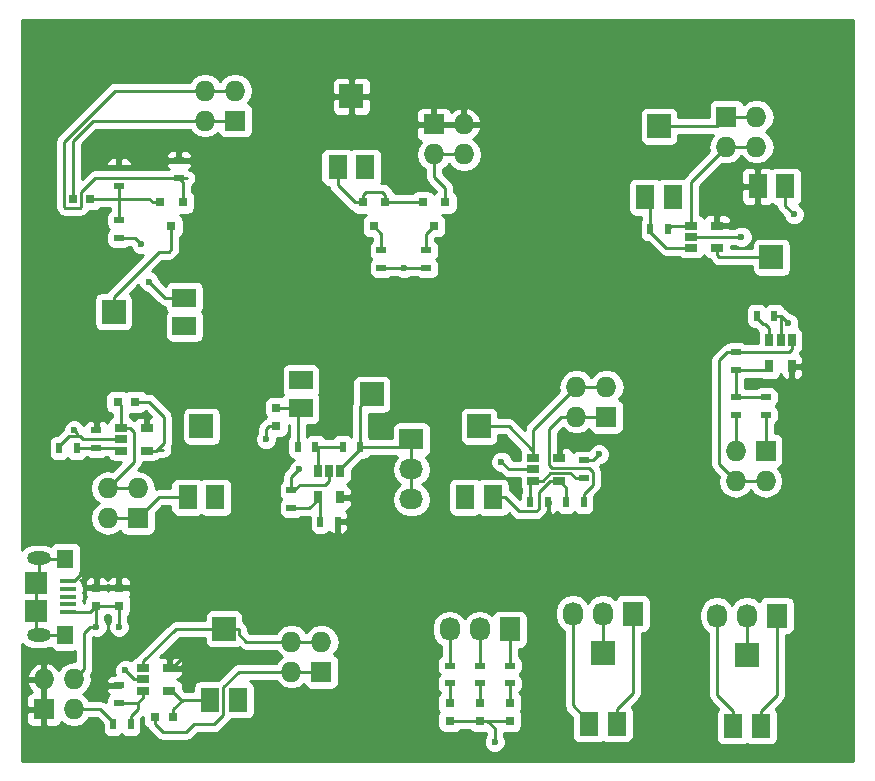
<source format=gbr>
G04 #@! TF.FileFunction,Copper,L1,Top,Signal*
%FSLAX46Y46*%
G04 Gerber Fmt 4.6, Leading zero omitted, Abs format (unit mm)*
G04 Created by KiCad (PCBNEW 4.0.4-stable) date Monday, December 19, 2016 'PMt' 09:27:41 PM*
%MOMM*%
%LPD*%
G01*
G04 APERTURE LIST*
%ADD10C,0.100000*%
%ADD11R,0.900000X0.500000*%
%ADD12R,2.000000X2.000000*%
%ADD13R,1.600000X2.000000*%
%ADD14R,2.000000X1.600000*%
%ADD15R,1.060000X0.650000*%
%ADD16R,0.650000X1.060000*%
%ADD17R,0.500000X0.900000*%
%ADD18R,0.800100X0.800100*%
%ADD19R,1.727200X2.032000*%
%ADD20O,1.727200X2.032000*%
%ADD21R,2.032000X1.727200*%
%ADD22O,2.032000X1.727200*%
%ADD23R,1.350000X0.400000*%
%ADD24R,1.400000X1.600000*%
%ADD25R,1.900000X1.900000*%
%ADD26O,2.000000X1.120000*%
%ADD27R,0.797560X0.797560*%
%ADD28R,0.800000X0.750000*%
%ADD29R,0.750000X0.800000*%
%ADD30R,1.727200X1.727200*%
%ADD31O,1.727200X1.727200*%
%ADD32C,0.600000*%
%ADD33C,0.250000*%
%ADD34C,0.254000*%
G04 APERTURE END LIST*
D10*
D11*
X88265000Y-116090000D03*
X88265000Y-117590000D03*
D12*
X131134663Y-134940455D03*
D13*
X129959663Y-140940455D03*
X132309663Y-140940455D03*
D12*
X143334279Y-135114207D03*
D13*
X142159279Y-141114207D03*
X144509279Y-141114207D03*
D12*
X120650000Y-115745000D03*
D13*
X119475000Y-121745000D03*
X121825000Y-121745000D03*
D12*
X99060000Y-132890000D03*
D13*
X97885000Y-138890000D03*
X100235000Y-138890000D03*
D12*
X97155000Y-115745000D03*
D13*
X95980000Y-121745000D03*
X98330000Y-121745000D03*
D12*
X109855000Y-87805000D03*
D13*
X108680000Y-93805000D03*
X111030000Y-93805000D03*
D12*
X111585000Y-113030000D03*
D14*
X105585000Y-111855000D03*
X105585000Y-114205000D03*
D12*
X89710000Y-106045000D03*
D14*
X95710000Y-107220000D03*
X95710000Y-104870000D03*
D12*
X135890000Y-90345000D03*
D13*
X134715000Y-96345000D03*
X137065000Y-96345000D03*
D12*
X145415000Y-101425000D03*
D13*
X146590000Y-95425000D03*
X144240000Y-95425000D03*
D15*
X125265000Y-118430000D03*
X125265000Y-119380000D03*
X125265000Y-120330000D03*
X127465000Y-120330000D03*
X127465000Y-118430000D03*
X92245000Y-136210000D03*
X92245000Y-137160000D03*
X92245000Y-138110000D03*
X94445000Y-138110000D03*
X94445000Y-136210000D03*
X90340000Y-115890000D03*
X90340000Y-116840000D03*
X90340000Y-117790000D03*
X92540000Y-117790000D03*
X92540000Y-115890000D03*
D16*
X108900000Y-119550000D03*
X107950000Y-119550000D03*
X107000000Y-119550000D03*
X107000000Y-121750000D03*
X108900000Y-121750000D03*
X147141541Y-108454361D03*
X146191541Y-108454361D03*
X145241541Y-108454361D03*
X145241541Y-110654361D03*
X147141541Y-110654361D03*
D15*
X138600000Y-98745000D03*
X138600000Y-99695000D03*
X138600000Y-100645000D03*
X140800000Y-100645000D03*
X140800000Y-98745000D03*
D11*
X118172231Y-137495265D03*
X118172231Y-135995265D03*
X129540000Y-118630000D03*
X129540000Y-120130000D03*
X120712231Y-137495265D03*
X120712231Y-135995265D03*
D17*
X128028000Y-122174000D03*
X129528000Y-122174000D03*
D11*
X123252231Y-137495265D03*
X123252231Y-135995265D03*
X90170000Y-137680000D03*
X90170000Y-139180000D03*
X116205000Y-102350000D03*
X116205000Y-100850000D03*
X112395000Y-102350000D03*
X112395000Y-100850000D03*
D17*
X110605000Y-117475000D03*
X109105000Y-117475000D03*
D11*
X95250000Y-93230000D03*
X95250000Y-94730000D03*
D17*
X108700000Y-123825000D03*
X107200000Y-123825000D03*
X106795000Y-117475000D03*
X105295000Y-117475000D03*
D11*
X90170000Y-98310000D03*
X90170000Y-99810000D03*
X90170000Y-93865000D03*
X90170000Y-95365000D03*
X104775000Y-121170000D03*
X104775000Y-122670000D03*
D17*
X136640000Y-99060000D03*
X135140000Y-99060000D03*
D11*
X142381541Y-109439361D03*
X142381541Y-110939361D03*
X144921541Y-113249361D03*
X144921541Y-114749361D03*
X142381541Y-113249361D03*
X142381541Y-114749361D03*
D17*
X144171541Y-106379361D03*
X145671541Y-106379361D03*
D18*
X117790000Y-96789240D03*
X115890000Y-96789240D03*
X116840000Y-98788220D03*
X112710000Y-96789240D03*
X110810000Y-96789240D03*
X111760000Y-98788220D03*
X95565000Y-96789240D03*
X93665000Y-96789240D03*
X94615000Y-98788220D03*
D19*
X133674663Y-131590455D03*
D20*
X131134663Y-131590455D03*
X128594663Y-131590455D03*
D19*
X145874279Y-131764207D03*
D20*
X143334279Y-131764207D03*
X140794279Y-131764207D03*
D19*
X123252231Y-132935265D03*
D20*
X120712231Y-132935265D03*
X118172231Y-132935265D03*
D21*
X114935000Y-116840000D03*
D22*
X114935000Y-119380000D03*
X114935000Y-121920000D03*
D23*
X85860000Y-131475000D03*
X85860000Y-130825000D03*
X85860000Y-128875000D03*
X85860000Y-129525000D03*
D24*
X85635000Y-126975000D03*
D25*
X83185000Y-128975000D03*
D26*
X83385000Y-126920000D03*
X83385000Y-133430000D03*
D25*
X83185000Y-131375000D03*
D24*
X85635000Y-133375000D03*
D23*
X85860000Y-130175000D03*
D27*
X118172231Y-139170965D03*
X118172231Y-140669565D03*
X120712231Y-139170965D03*
X120712231Y-140669565D03*
X123252231Y-139170965D03*
X123252231Y-140669565D03*
D28*
X93230000Y-140335000D03*
X94730000Y-140335000D03*
X91555000Y-113665000D03*
X90055000Y-113665000D03*
D29*
X103505000Y-115685000D03*
X103505000Y-114185000D03*
D28*
X87745000Y-96520000D03*
X86245000Y-96520000D03*
D29*
X90170000Y-130925000D03*
X90170000Y-129425000D03*
X88265000Y-130925000D03*
X88265000Y-129425000D03*
D30*
X141605000Y-89535000D03*
D31*
X144145000Y-89535000D03*
X141605000Y-92075000D03*
X144145000Y-92075000D03*
D30*
X144921541Y-117809361D03*
D31*
X144921541Y-120349361D03*
X142381541Y-117809361D03*
X142381541Y-120349361D03*
D30*
X116840000Y-90170000D03*
D31*
X119380000Y-90170000D03*
X116840000Y-92710000D03*
X119380000Y-92710000D03*
D30*
X91757500Y-123507500D03*
D31*
X89217500Y-123507500D03*
X91757500Y-120967500D03*
X89217500Y-120967500D03*
D30*
X107315000Y-136525000D03*
D31*
X104775000Y-136525000D03*
X107315000Y-133985000D03*
X104775000Y-133985000D03*
D30*
X131445000Y-114935000D03*
D31*
X128905000Y-114935000D03*
X131445000Y-112395000D03*
X128905000Y-112395000D03*
D30*
X100012500Y-89852500D03*
D31*
X97472500Y-89852500D03*
X100012500Y-87312500D03*
X97472500Y-87312500D03*
D17*
X124980000Y-122174000D03*
X126480000Y-122174000D03*
X85102000Y-117602000D03*
X86602000Y-117602000D03*
X89674000Y-140970000D03*
X91174000Y-140970000D03*
D30*
X83820000Y-139700000D03*
D31*
X83820000Y-137160000D03*
X86360000Y-139700000D03*
X86360000Y-137160000D03*
D32*
X90678000Y-136373000D03*
X86360000Y-116078000D03*
X102616000Y-116840000D03*
X130810000Y-118110000D03*
X122555000Y-118745000D03*
X146826541Y-107014361D03*
X105410000Y-119380000D03*
X147320000Y-97790000D03*
X142875000Y-99695000D03*
X114300000Y-102350000D03*
X121982231Y-142460265D03*
X88265000Y-132715000D03*
X90170000Y-132715000D03*
X92710000Y-103505000D03*
X92075000Y-100330000D03*
X92456000Y-114808000D03*
X93980000Y-113030000D03*
X102870000Y-138430000D03*
X102870000Y-132715000D03*
X102235000Y-135255000D03*
D33*
X87223599Y-133248401D02*
X87757000Y-132715000D01*
X87757000Y-132715000D02*
X88265000Y-132715000D01*
X86360000Y-137160000D02*
X87223599Y-136296401D01*
X87223599Y-136296401D02*
X87223599Y-133248401D01*
X86360000Y-139700000D02*
X88604000Y-139700000D01*
X88604000Y-139700000D02*
X89674000Y-140770000D01*
X89674000Y-140770000D02*
X89674000Y-140970000D01*
X92245000Y-137160000D02*
X91465000Y-137160000D01*
X91465000Y-137160000D02*
X90678000Y-136373000D01*
X86614000Y-116586000D02*
X85918000Y-116586000D01*
X86868000Y-116586000D02*
X86614000Y-116586000D01*
X86614000Y-116586000D02*
X86614000Y-116332000D01*
X86614000Y-116332000D02*
X86360000Y-116078000D01*
X90340000Y-116840000D02*
X87122000Y-116840000D01*
X87122000Y-116840000D02*
X86868000Y-116586000D01*
X85918000Y-116586000D02*
X85102000Y-117402000D01*
X85102000Y-117402000D02*
X85102000Y-117602000D01*
X102616000Y-115949000D02*
X102616000Y-116840000D01*
X103505000Y-115685000D02*
X102880000Y-115685000D01*
X102880000Y-115685000D02*
X102616000Y-115949000D01*
X103505000Y-115685000D02*
X103505000Y-115710000D01*
X130290000Y-118630000D02*
X130510001Y-118409999D01*
X130510001Y-118409999D02*
X130810000Y-118110000D01*
X129540000Y-118630000D02*
X130290000Y-118630000D01*
X123190000Y-119380000D02*
X122555000Y-118745000D01*
X125265000Y-119380000D02*
X123190000Y-119380000D01*
X146526542Y-106714362D02*
X146826541Y-107014361D01*
X146191541Y-106379361D02*
X146526542Y-106714362D01*
X145671541Y-106379361D02*
X146191541Y-106379361D01*
X146191541Y-108454361D02*
X146191541Y-106399361D01*
X146191541Y-106399361D02*
X146171541Y-106379361D01*
X146171541Y-106379361D02*
X145671541Y-106379361D01*
X104775000Y-120015000D02*
X105410000Y-119380000D01*
X104775000Y-121170000D02*
X104775000Y-120015000D01*
X107950000Y-119550000D02*
X107950000Y-120330000D01*
X107610000Y-120670000D02*
X105475000Y-120670000D01*
X107950000Y-120330000D02*
X107610000Y-120670000D01*
X105475000Y-120670000D02*
X104975000Y-121170000D01*
X104975000Y-121170000D02*
X104775000Y-121170000D01*
X146590000Y-97060000D02*
X147320000Y-97790000D01*
X146590000Y-95425000D02*
X146590000Y-97060000D01*
X141290002Y-99695000D02*
X142875000Y-99695000D01*
X138600000Y-99695000D02*
X141290002Y-99695000D01*
X114300000Y-102350000D02*
X116205000Y-102350000D01*
X112395000Y-102350000D02*
X114300000Y-102350000D01*
X120712231Y-140669565D02*
X121361011Y-140669565D01*
X121982231Y-141290785D02*
X121982231Y-142460265D01*
X121361011Y-140669565D02*
X121982231Y-141290785D01*
X123252231Y-140669565D02*
X120712231Y-140669565D01*
X118172231Y-140669565D02*
X120712231Y-140669565D01*
X88265000Y-130925000D02*
X88265000Y-132715000D01*
X90170000Y-130925000D02*
X90170000Y-132715000D01*
X90170000Y-130925000D02*
X88265000Y-130925000D01*
X85860000Y-131475000D02*
X87715000Y-131475000D01*
X87715000Y-131475000D02*
X88265000Y-130925000D01*
X94075000Y-104870000D02*
X92710000Y-103505000D01*
X95710000Y-104870000D02*
X94075000Y-104870000D01*
X90170000Y-99810000D02*
X91555000Y-99810000D01*
X91555000Y-99810000D02*
X92075000Y-100330000D01*
X100012500Y-89852500D02*
X97472500Y-89852500D01*
X87947500Y-89852500D02*
X86245000Y-91555000D01*
X86245000Y-91555000D02*
X86245000Y-96520000D01*
X97472500Y-89852500D02*
X87947500Y-89852500D01*
X90340000Y-115890000D02*
X90340000Y-113950000D01*
X90340000Y-113950000D02*
X90055000Y-113665000D01*
X89217500Y-120967500D02*
X91757500Y-120967500D01*
X91440000Y-118745000D02*
X91440000Y-116210000D01*
X91440000Y-116210000D02*
X91120000Y-115890000D01*
X91120000Y-115890000D02*
X90340000Y-115890000D01*
X89217500Y-120967500D02*
X91440000Y-118745000D01*
X99010001Y-137844999D02*
X100330000Y-136525000D01*
X98190002Y-140970000D02*
X99010001Y-140150001D01*
X99010001Y-140150001D02*
X99010001Y-137844999D01*
X100330000Y-136525000D02*
X104775000Y-136525000D01*
X96520000Y-140970000D02*
X98190002Y-140970000D01*
X93230000Y-140335000D02*
X93230000Y-140960000D01*
X93230000Y-140960000D02*
X93875000Y-141605000D01*
X93875000Y-141605000D02*
X95885000Y-141605000D01*
X95885000Y-141605000D02*
X96520000Y-140970000D01*
X107315000Y-136525000D02*
X104775000Y-136525000D01*
X123252231Y-139170965D02*
X123252231Y-137495265D01*
X120712231Y-137495265D02*
X120712231Y-139170965D01*
X118172231Y-137495265D02*
X118172231Y-139170965D01*
X144145000Y-89535000D02*
X141605000Y-89535000D01*
X135890000Y-90345000D02*
X140795000Y-90345000D01*
X140795000Y-90345000D02*
X141605000Y-89535000D01*
X136640000Y-99060000D02*
X136955000Y-98745000D01*
X136955000Y-98745000D02*
X138600000Y-98745000D01*
X144145000Y-92075000D02*
X141605000Y-92075000D01*
X138600000Y-98745000D02*
X138600000Y-95080000D01*
X138600000Y-95080000D02*
X141605000Y-92075000D01*
X144921541Y-117809361D02*
X144921541Y-114749361D01*
X142381541Y-120349361D02*
X144921541Y-120349361D01*
X140970000Y-110150902D02*
X140970000Y-118937820D01*
X140970000Y-118937820D02*
X142381541Y-120349361D01*
X142381541Y-109439361D02*
X141681541Y-109439361D01*
X141681541Y-109439361D02*
X140970000Y-110150902D01*
X142381541Y-109439361D02*
X146936541Y-109439361D01*
X146936541Y-109439361D02*
X147141541Y-109234361D01*
X147141541Y-109234361D02*
X147141541Y-108454361D01*
X142381541Y-114749361D02*
X142381541Y-117809361D01*
X85635000Y-126975000D02*
X83440000Y-126975000D01*
X83440000Y-126975000D02*
X83385000Y-126920000D01*
X83385000Y-126920000D02*
X83385000Y-128775000D01*
X83385000Y-128775000D02*
X83185000Y-128975000D01*
X83185000Y-128975000D02*
X83185000Y-131375000D01*
X83185000Y-131375000D02*
X83185000Y-133230000D01*
X83185000Y-133230000D02*
X83385000Y-133430000D01*
X85635000Y-133375000D02*
X83440000Y-133375000D01*
X83440000Y-133375000D02*
X83385000Y-133430000D01*
X95250000Y-94730000D02*
X88174998Y-94730000D01*
X86905001Y-97220001D02*
X85584999Y-97220001D01*
X88174998Y-94730000D02*
X86970001Y-95934997D01*
X86970001Y-95934997D02*
X86970001Y-97155001D01*
X86970001Y-97155001D02*
X86905001Y-97220001D01*
X96251186Y-87312500D02*
X97472500Y-87312500D01*
X85584999Y-97220001D02*
X85519999Y-97155001D01*
X85519999Y-97155001D02*
X85519999Y-91643591D01*
X85519999Y-91643591D02*
X89851090Y-87312500D01*
X89851090Y-87312500D02*
X96251186Y-87312500D01*
X95950000Y-94730000D02*
X95250000Y-94730000D01*
X97472500Y-87312500D02*
X100012500Y-87312500D01*
X95565000Y-96789240D02*
X95565000Y-95045000D01*
X95565000Y-95045000D02*
X95250000Y-94730000D01*
X119380000Y-92710000D02*
X116840000Y-92710000D01*
X116840000Y-94615000D02*
X116840000Y-92710000D01*
X117790000Y-95565000D02*
X116840000Y-94615000D01*
X117790000Y-96789240D02*
X117790000Y-95565000D01*
X89217500Y-123507500D02*
X91757500Y-123507500D01*
X95980000Y-121745000D02*
X93520000Y-121745000D01*
X93520000Y-121745000D02*
X91757500Y-123507500D01*
X99060000Y-132890000D02*
X94990000Y-132890000D01*
X94990000Y-132890000D02*
X92245000Y-135635000D01*
X92245000Y-135635000D02*
X92245000Y-136210000D01*
X100330000Y-133350000D02*
X100330000Y-132910000D01*
X100330000Y-132910000D02*
X100310000Y-132890000D01*
X100310000Y-132890000D02*
X99060000Y-132890000D01*
X100965000Y-133985000D02*
X100330000Y-133350000D01*
X104775000Y-133985000D02*
X100965000Y-133985000D01*
X107315000Y-133985000D02*
X104775000Y-133985000D01*
X126609999Y-115960001D02*
X126609999Y-119015001D01*
X126609999Y-119015001D02*
X126824987Y-119229989D01*
X126824987Y-119229989D02*
X129924991Y-119229989D01*
X130315001Y-119619999D02*
X130315001Y-120686999D01*
X129924991Y-119229989D02*
X130315001Y-119619999D01*
X130315001Y-120686999D02*
X129528000Y-121474000D01*
X129528000Y-121474000D02*
X129528000Y-122174000D01*
X126609999Y-115960001D02*
X127635000Y-114935000D01*
X127635000Y-114935000D02*
X128905000Y-114935000D01*
X128905000Y-114935000D02*
X131445000Y-114935000D01*
X131445000Y-112395000D02*
X128905000Y-112395000D01*
X125265000Y-117855000D02*
X125265000Y-116035000D01*
X125265000Y-116035000D02*
X128905000Y-112395000D01*
X120650000Y-115745000D02*
X123155000Y-115745000D01*
X123155000Y-115745000D02*
X125265000Y-117855000D01*
X125265000Y-117855000D02*
X125265000Y-118430000D01*
X126746000Y-123444000D02*
X127000000Y-123698000D01*
X126746000Y-123140000D02*
X126746000Y-123444000D01*
X126480000Y-122174000D02*
X126480000Y-122874000D01*
X126480000Y-122874000D02*
X126746000Y-123140000D01*
X88392000Y-115463000D02*
X88392000Y-114808000D01*
X88265000Y-116090000D02*
X88265000Y-115590000D01*
X88265000Y-115590000D02*
X88392000Y-115463000D01*
X92540000Y-114892000D02*
X92456000Y-114808000D01*
X92540000Y-115890000D02*
X92540000Y-114892000D01*
X87575000Y-127635000D02*
X87630000Y-127635000D01*
X85860000Y-128875000D02*
X86335000Y-128875000D01*
X86335000Y-128875000D02*
X87575000Y-127635000D01*
X92825000Y-93865000D02*
X93460000Y-93230000D01*
X93460000Y-93230000D02*
X95250000Y-93230000D01*
X90170000Y-93865000D02*
X92825000Y-93865000D01*
X95605000Y-135255000D02*
X102235000Y-135255000D01*
X94445000Y-136210000D02*
X94650000Y-136210000D01*
X94650000Y-136210000D02*
X95605000Y-135255000D01*
X90170000Y-96520000D02*
X92710000Y-96520000D01*
X87745000Y-96520000D02*
X90170000Y-96520000D01*
X90170000Y-96520000D02*
X90170000Y-98310000D01*
X90170000Y-95365000D02*
X90170000Y-96520000D01*
X93665000Y-96789240D02*
X93014950Y-96789240D01*
X93014950Y-96789240D02*
X92745710Y-96520000D01*
X123252231Y-135995265D02*
X123252231Y-132935265D01*
X120712231Y-132935265D02*
X120712231Y-134201265D01*
X120712231Y-134201265D02*
X120712231Y-135995265D01*
X118172231Y-132935265D02*
X118172231Y-135995265D01*
X144509279Y-141114207D02*
X144509279Y-139864207D01*
X144509279Y-139864207D02*
X145874279Y-138499207D01*
X145874279Y-138499207D02*
X145874279Y-133030207D01*
X145874279Y-133030207D02*
X145874279Y-131764207D01*
X143334279Y-135114207D02*
X143334279Y-131764207D01*
X142159279Y-141114207D02*
X142159279Y-139864207D01*
X142159279Y-139864207D02*
X140794279Y-138499207D01*
X140794279Y-138499207D02*
X140794279Y-133030207D01*
X140794279Y-133030207D02*
X140794279Y-131764207D01*
X132309663Y-140940455D02*
X132309663Y-139690455D01*
X132309663Y-139690455D02*
X133674663Y-138325455D01*
X133674663Y-138325455D02*
X133674663Y-132856455D01*
X133674663Y-132856455D02*
X133674663Y-131590455D01*
X131134663Y-134940455D02*
X131134663Y-131590455D01*
X129959663Y-140940455D02*
X129959663Y-140740455D01*
X129959663Y-140740455D02*
X128594663Y-139375455D01*
X128594663Y-139375455D02*
X128594663Y-132856455D01*
X128594663Y-132856455D02*
X128594663Y-131590455D01*
X89710000Y-106045000D02*
X89710000Y-104795000D01*
X89710000Y-104795000D02*
X93540000Y-100965000D01*
X94615000Y-100715000D02*
X94615000Y-98788220D01*
X93540000Y-100965000D02*
X94365000Y-100965000D01*
X94365000Y-100965000D02*
X94615000Y-100715000D01*
X110810000Y-96789240D02*
X110810000Y-96139190D01*
X111064190Y-95885000D02*
X112455810Y-95885000D01*
X110810000Y-96139190D02*
X111064190Y-95885000D01*
X112455810Y-95885000D02*
X112710000Y-96139190D01*
X112710000Y-96139190D02*
X112710000Y-96789240D01*
X115890000Y-96789240D02*
X112710000Y-96789240D01*
X110124240Y-96789240D02*
X108680000Y-95345000D01*
X108680000Y-95345000D02*
X108680000Y-93805000D01*
X110810000Y-96789240D02*
X110124240Y-96789240D01*
X112395000Y-100850000D02*
X112395000Y-99423220D01*
X112395000Y-99423220D02*
X111760000Y-98788220D01*
X116205000Y-100850000D02*
X116205000Y-99423220D01*
X116205000Y-99423220D02*
X116840000Y-98788220D01*
X105585000Y-114205000D02*
X103525000Y-114205000D01*
X103525000Y-114205000D02*
X103505000Y-114185000D01*
X105295000Y-117475000D02*
X105295000Y-114495000D01*
X105295000Y-114495000D02*
X105585000Y-114205000D01*
X91555000Y-113665000D02*
X92710000Y-113665000D01*
X92710000Y-113665000D02*
X93980000Y-114935000D01*
X93980000Y-114935000D02*
X93980000Y-117130000D01*
X93980000Y-117130000D02*
X93395001Y-117714999D01*
X93935001Y-117714999D02*
X93395001Y-117714999D01*
X93320000Y-117790000D02*
X92540000Y-117790000D01*
X93395001Y-117714999D02*
X93320000Y-117790000D01*
X95550000Y-138890000D02*
X95430000Y-138890000D01*
X95430000Y-138890000D02*
X94650000Y-138110000D01*
X94650000Y-138110000D02*
X94445000Y-138110000D01*
X97885000Y-138890000D02*
X95550000Y-138890000D01*
X95550000Y-138890000D02*
X94730000Y-139710000D01*
X94730000Y-139710000D02*
X94730000Y-140335000D01*
X110605000Y-117475000D02*
X110605000Y-114010000D01*
X110605000Y-114010000D02*
X111585000Y-113030000D01*
X108900000Y-119550000D02*
X108900000Y-119345000D01*
X108900000Y-119345000D02*
X110605000Y-117640000D01*
X110605000Y-117640000D02*
X110605000Y-117475000D01*
X114935000Y-119380000D02*
X114935000Y-116840000D01*
X114935000Y-121920000D02*
X114935000Y-119380000D01*
X110605000Y-117475000D02*
X114300000Y-117475000D01*
X114300000Y-117475000D02*
X114935000Y-116840000D01*
X145241541Y-108454361D02*
X145241541Y-107449361D01*
X145241541Y-107449361D02*
X144871541Y-107079361D01*
X144871541Y-107079361D02*
X144671541Y-107079361D01*
X144671541Y-107079361D02*
X144171541Y-106579361D01*
X144171541Y-106579361D02*
X144171541Y-106379361D01*
X142381541Y-110939361D02*
X144956541Y-110939361D01*
X144956541Y-110939361D02*
X145241541Y-110654361D01*
X144921541Y-113249361D02*
X142381541Y-113249361D01*
X142381541Y-113249361D02*
X142381541Y-110939361D01*
X138600000Y-100645000D02*
X136525000Y-100645000D01*
X136525000Y-100645000D02*
X135140000Y-99260000D01*
X135140000Y-99260000D02*
X135140000Y-99060000D01*
X135140000Y-99060000D02*
X135140000Y-96770000D01*
X135140000Y-96770000D02*
X134715000Y-96345000D01*
X104775000Y-122670000D02*
X106285000Y-122670000D01*
X106285000Y-122670000D02*
X107000000Y-121955000D01*
X107000000Y-121955000D02*
X107000000Y-121750000D01*
X107200000Y-123825000D02*
X107200000Y-121950000D01*
X107200000Y-121950000D02*
X107000000Y-121750000D01*
X107000000Y-119550000D02*
X107000000Y-117680000D01*
X107000000Y-117680000D02*
X106795000Y-117475000D01*
X109105000Y-117475000D02*
X106795000Y-117475000D01*
X124980000Y-122174000D02*
X124980000Y-120615000D01*
X124980000Y-120615000D02*
X125265000Y-120330000D01*
X125265000Y-120330000D02*
X126045000Y-120330000D01*
X126045000Y-120330000D02*
X126695001Y-119679999D01*
X128389999Y-119679999D02*
X128840000Y-120130000D01*
X126695001Y-119679999D02*
X128389999Y-119679999D01*
X128840000Y-120130000D02*
X129540000Y-120130000D01*
X86602000Y-117602000D02*
X88253000Y-117602000D01*
X88253000Y-117602000D02*
X88265000Y-117590000D01*
X88265000Y-117590000D02*
X90140000Y-117590000D01*
X90140000Y-117590000D02*
X90340000Y-117790000D01*
X91174000Y-140970000D02*
X91174000Y-140270000D01*
X91174000Y-140270000D02*
X91750000Y-139694000D01*
X91750000Y-139694000D02*
X91750000Y-139180000D01*
X90170000Y-139180000D02*
X91750000Y-139180000D01*
X91750000Y-139180000D02*
X92245000Y-138685000D01*
X92245000Y-138685000D02*
X92245000Y-138110000D01*
X121825000Y-121745000D02*
X122875000Y-121745000D01*
X122875000Y-121745000D02*
X124079001Y-122949001D01*
X124079001Y-122949001D02*
X125490001Y-122949001D01*
X125490001Y-122949001D02*
X125730000Y-122709002D01*
X125730000Y-122709002D02*
X125730000Y-121285000D01*
X125730000Y-121285000D02*
X126685000Y-120330000D01*
X126685000Y-120330000D02*
X127465000Y-120330000D01*
X128028000Y-122174000D02*
X128028000Y-120893000D01*
X128028000Y-120893000D02*
X127465000Y-120330000D01*
X121825000Y-121545000D02*
X121825000Y-121745000D01*
X145415000Y-101425000D02*
X141005000Y-101425000D01*
X141005000Y-101425000D02*
X140800000Y-101220000D01*
X140800000Y-101220000D02*
X140800000Y-100645000D01*
D34*
G36*
X152325000Y-144070000D02*
X81990000Y-144070000D01*
X81990000Y-139985750D01*
X82321400Y-139985750D01*
X82321400Y-140689909D01*
X82418073Y-140923298D01*
X82596701Y-141101927D01*
X82830090Y-141198600D01*
X83534250Y-141198600D01*
X83693000Y-141039850D01*
X83693000Y-139827000D01*
X82480150Y-139827000D01*
X82321400Y-139985750D01*
X81990000Y-139985750D01*
X81990000Y-138710091D01*
X82321400Y-138710091D01*
X82321400Y-139414250D01*
X82480150Y-139573000D01*
X83693000Y-139573000D01*
X83693000Y-137287000D01*
X82485531Y-137287000D01*
X82365032Y-137519027D01*
X82613179Y-138048490D01*
X82796119Y-138215471D01*
X82596701Y-138298073D01*
X82418073Y-138476702D01*
X82321400Y-138710091D01*
X81990000Y-138710091D01*
X81990000Y-136800973D01*
X82365032Y-136800973D01*
X82485531Y-137033000D01*
X83693000Y-137033000D01*
X83693000Y-135826183D01*
X83460974Y-135705042D01*
X83045053Y-135877312D01*
X82613179Y-136271510D01*
X82365032Y-136800973D01*
X81990000Y-136800973D01*
X81990000Y-134158295D01*
X82067975Y-134274993D01*
X82455661Y-134534036D01*
X82912968Y-134625000D01*
X83857032Y-134625000D01*
X84314339Y-134534036D01*
X84382250Y-134488659D01*
X84470910Y-134626441D01*
X84683110Y-134771431D01*
X84935000Y-134822440D01*
X86335000Y-134822440D01*
X86463599Y-134798242D01*
X86463599Y-135652648D01*
X86360000Y-135632041D01*
X85786511Y-135746115D01*
X85300330Y-136070971D01*
X85084336Y-136394228D01*
X85026821Y-136271510D01*
X84594947Y-135877312D01*
X84179026Y-135705042D01*
X83947000Y-135826183D01*
X83947000Y-137033000D01*
X83967000Y-137033000D01*
X83967000Y-137287000D01*
X83947000Y-137287000D01*
X83947000Y-139573000D01*
X83967000Y-139573000D01*
X83967000Y-139827000D01*
X83947000Y-139827000D01*
X83947000Y-141039850D01*
X84105750Y-141198600D01*
X84809910Y-141198600D01*
X85043299Y-141101927D01*
X85221927Y-140923298D01*
X85286263Y-140767977D01*
X85300330Y-140789029D01*
X85786511Y-141113885D01*
X86360000Y-141227959D01*
X86933489Y-141113885D01*
X87419670Y-140789029D01*
X87639520Y-140460000D01*
X88289198Y-140460000D01*
X88776560Y-140947362D01*
X88776560Y-141420000D01*
X88820838Y-141655317D01*
X88959910Y-141871441D01*
X89172110Y-142016431D01*
X89424000Y-142067440D01*
X89924000Y-142067440D01*
X90159317Y-142023162D01*
X90375441Y-141884090D01*
X90423134Y-141814289D01*
X90459910Y-141871441D01*
X90672110Y-142016431D01*
X90924000Y-142067440D01*
X91424000Y-142067440D01*
X91659317Y-142023162D01*
X91875441Y-141884090D01*
X92020431Y-141671890D01*
X92071440Y-141420000D01*
X92071440Y-140520000D01*
X92059937Y-140458865D01*
X92182560Y-140336242D01*
X92182560Y-140710000D01*
X92226838Y-140945317D01*
X92365910Y-141161441D01*
X92553982Y-141289945D01*
X92692599Y-141497401D01*
X93337599Y-142142401D01*
X93584161Y-142307148D01*
X93875000Y-142365000D01*
X95885000Y-142365000D01*
X96175839Y-142307148D01*
X96422401Y-142142401D01*
X96834802Y-141730000D01*
X98190002Y-141730000D01*
X98480841Y-141672148D01*
X98727403Y-141507401D01*
X99547402Y-140687402D01*
X99647603Y-140537440D01*
X101035000Y-140537440D01*
X101270317Y-140493162D01*
X101486441Y-140354090D01*
X101631431Y-140141890D01*
X101682440Y-139890000D01*
X101682440Y-137890000D01*
X101638162Y-137654683D01*
X101499090Y-137438559D01*
X101286890Y-137293569D01*
X101244575Y-137285000D01*
X103485738Y-137285000D01*
X103685971Y-137584670D01*
X104172152Y-137909526D01*
X104745641Y-138023600D01*
X104804359Y-138023600D01*
X105377848Y-137909526D01*
X105843442Y-137598426D01*
X105848238Y-137623917D01*
X105987310Y-137840041D01*
X106199510Y-137985031D01*
X106451400Y-138036040D01*
X108178600Y-138036040D01*
X108413917Y-137991762D01*
X108630041Y-137852690D01*
X108775031Y-137640490D01*
X108826040Y-137388600D01*
X108826040Y-135661400D01*
X108781762Y-135426083D01*
X108642690Y-135209959D01*
X108430490Y-135064969D01*
X108386869Y-135056136D01*
X108404029Y-135044670D01*
X108728885Y-134558489D01*
X108842959Y-133985000D01*
X108728885Y-133411511D01*
X108404029Y-132925330D01*
X108142408Y-132750520D01*
X116673631Y-132750520D01*
X116673631Y-133120010D01*
X116787705Y-133693499D01*
X117112561Y-134179680D01*
X117412231Y-134379913D01*
X117412231Y-135190160D01*
X117270790Y-135281175D01*
X117125800Y-135493375D01*
X117074791Y-135745265D01*
X117074791Y-136245265D01*
X117119069Y-136480582D01*
X117258141Y-136696706D01*
X117327942Y-136744399D01*
X117270790Y-136781175D01*
X117125800Y-136993375D01*
X117074791Y-137245265D01*
X117074791Y-137745265D01*
X117119069Y-137980582D01*
X117258141Y-138196706D01*
X117373074Y-138275236D01*
X117322010Y-138308095D01*
X117177020Y-138520295D01*
X117126011Y-138772185D01*
X117126011Y-139569745D01*
X117170289Y-139805062D01*
X117244416Y-139920258D01*
X117177020Y-140018895D01*
X117126011Y-140270785D01*
X117126011Y-141068345D01*
X117170289Y-141303662D01*
X117309361Y-141519786D01*
X117521561Y-141664776D01*
X117773451Y-141715785D01*
X118571011Y-141715785D01*
X118806328Y-141671507D01*
X119022452Y-141532435D01*
X119092740Y-141429565D01*
X119791305Y-141429565D01*
X119849361Y-141519786D01*
X120061561Y-141664776D01*
X120313451Y-141715785D01*
X121111011Y-141715785D01*
X121222231Y-141694857D01*
X121222231Y-141897802D01*
X121190039Y-141929938D01*
X121047393Y-142273466D01*
X121047069Y-142645432D01*
X121189114Y-142989208D01*
X121451904Y-143252457D01*
X121795432Y-143395103D01*
X122167398Y-143395427D01*
X122511174Y-143253382D01*
X122774423Y-142990592D01*
X122917069Y-142647064D01*
X122917393Y-142275098D01*
X122775348Y-141931322D01*
X122742231Y-141898147D01*
X122742231Y-141693262D01*
X122853451Y-141715785D01*
X123651011Y-141715785D01*
X123886328Y-141671507D01*
X124102452Y-141532435D01*
X124247442Y-141320235D01*
X124298451Y-141068345D01*
X124298451Y-140270785D01*
X124254173Y-140035468D01*
X124180046Y-139920272D01*
X124247442Y-139821635D01*
X124298451Y-139569745D01*
X124298451Y-138772185D01*
X124254173Y-138536868D01*
X124115101Y-138320744D01*
X124049852Y-138276161D01*
X124153672Y-138209355D01*
X124298662Y-137997155D01*
X124349671Y-137745265D01*
X124349671Y-137245265D01*
X124305393Y-137009948D01*
X124166321Y-136793824D01*
X124096520Y-136746131D01*
X124153672Y-136709355D01*
X124298662Y-136497155D01*
X124349671Y-136245265D01*
X124349671Y-135745265D01*
X124305393Y-135509948D01*
X124166321Y-135293824D01*
X124012231Y-135188539D01*
X124012231Y-134598705D01*
X124115831Y-134598705D01*
X124351148Y-134554427D01*
X124567272Y-134415355D01*
X124712262Y-134203155D01*
X124763271Y-133951265D01*
X124763271Y-131919265D01*
X124718993Y-131683948D01*
X124579921Y-131467824D01*
X124489015Y-131405710D01*
X127096063Y-131405710D01*
X127096063Y-131775200D01*
X127210137Y-132348689D01*
X127534993Y-132834870D01*
X127834663Y-133035103D01*
X127834663Y-139375455D01*
X127892515Y-139666294D01*
X128057262Y-139912856D01*
X128512223Y-140367817D01*
X128512223Y-141940455D01*
X128556501Y-142175772D01*
X128695573Y-142391896D01*
X128907773Y-142536886D01*
X129159663Y-142587895D01*
X130759663Y-142587895D01*
X130994980Y-142543617D01*
X131135390Y-142453265D01*
X131257773Y-142536886D01*
X131509663Y-142587895D01*
X133109663Y-142587895D01*
X133344980Y-142543617D01*
X133561104Y-142404545D01*
X133706094Y-142192345D01*
X133757103Y-141940455D01*
X133757103Y-139940455D01*
X133712825Y-139705138D01*
X133578511Y-139496409D01*
X134212064Y-138862856D01*
X134376811Y-138616294D01*
X134434663Y-138325455D01*
X134434663Y-133253895D01*
X134538263Y-133253895D01*
X134773580Y-133209617D01*
X134989704Y-133070545D01*
X135134694Y-132858345D01*
X135185703Y-132606455D01*
X135185703Y-131579462D01*
X139295679Y-131579462D01*
X139295679Y-131948952D01*
X139409753Y-132522441D01*
X139734609Y-133008622D01*
X140034279Y-133208855D01*
X140034279Y-138499207D01*
X140092131Y-138790046D01*
X140256878Y-139036608D01*
X140892636Y-139672366D01*
X140762848Y-139862317D01*
X140711839Y-140114207D01*
X140711839Y-142114207D01*
X140756117Y-142349524D01*
X140895189Y-142565648D01*
X141107389Y-142710638D01*
X141359279Y-142761647D01*
X142959279Y-142761647D01*
X143194596Y-142717369D01*
X143335006Y-142627017D01*
X143457389Y-142710638D01*
X143709279Y-142761647D01*
X145309279Y-142761647D01*
X145544596Y-142717369D01*
X145760720Y-142578297D01*
X145905710Y-142366097D01*
X145956719Y-142114207D01*
X145956719Y-140114207D01*
X145912441Y-139878890D01*
X145778127Y-139670161D01*
X146411680Y-139036608D01*
X146576427Y-138790046D01*
X146634279Y-138499207D01*
X146634279Y-133427647D01*
X146737879Y-133427647D01*
X146973196Y-133383369D01*
X147189320Y-133244297D01*
X147334310Y-133032097D01*
X147385319Y-132780207D01*
X147385319Y-130748207D01*
X147341041Y-130512890D01*
X147201969Y-130296766D01*
X146989769Y-130151776D01*
X146737879Y-130100767D01*
X145010679Y-130100767D01*
X144775362Y-130145045D01*
X144559238Y-130284117D01*
X144414248Y-130496317D01*
X144405879Y-130537646D01*
X144393949Y-130519792D01*
X143907768Y-130194936D01*
X143334279Y-130080862D01*
X142760790Y-130194936D01*
X142274609Y-130519792D01*
X142064279Y-130834573D01*
X141853949Y-130519792D01*
X141367768Y-130194936D01*
X140794279Y-130080862D01*
X140220790Y-130194936D01*
X139734609Y-130519792D01*
X139409753Y-131005973D01*
X139295679Y-131579462D01*
X135185703Y-131579462D01*
X135185703Y-130574455D01*
X135141425Y-130339138D01*
X135002353Y-130123014D01*
X134790153Y-129978024D01*
X134538263Y-129927015D01*
X132811063Y-129927015D01*
X132575746Y-129971293D01*
X132359622Y-130110365D01*
X132214632Y-130322565D01*
X132206263Y-130363894D01*
X132194333Y-130346040D01*
X131708152Y-130021184D01*
X131134663Y-129907110D01*
X130561174Y-130021184D01*
X130074993Y-130346040D01*
X129864663Y-130660821D01*
X129654333Y-130346040D01*
X129168152Y-130021184D01*
X128594663Y-129907110D01*
X128021174Y-130021184D01*
X127534993Y-130346040D01*
X127210137Y-130832221D01*
X127096063Y-131405710D01*
X124489015Y-131405710D01*
X124367721Y-131322834D01*
X124115831Y-131271825D01*
X122388631Y-131271825D01*
X122153314Y-131316103D01*
X121937190Y-131455175D01*
X121792200Y-131667375D01*
X121783831Y-131708704D01*
X121771901Y-131690850D01*
X121285720Y-131365994D01*
X120712231Y-131251920D01*
X120138742Y-131365994D01*
X119652561Y-131690850D01*
X119442231Y-132005631D01*
X119231901Y-131690850D01*
X118745720Y-131365994D01*
X118172231Y-131251920D01*
X117598742Y-131365994D01*
X117112561Y-131690850D01*
X116787705Y-132177031D01*
X116673631Y-132750520D01*
X108142408Y-132750520D01*
X107917848Y-132600474D01*
X107344359Y-132486400D01*
X107285641Y-132486400D01*
X106712152Y-132600474D01*
X106225971Y-132925330D01*
X106045000Y-133196172D01*
X105864029Y-132925330D01*
X105377848Y-132600474D01*
X104804359Y-132486400D01*
X104745641Y-132486400D01*
X104172152Y-132600474D01*
X103685971Y-132925330D01*
X103485738Y-133225000D01*
X101279802Y-133225000D01*
X101090000Y-133035198D01*
X101090000Y-132910000D01*
X101079349Y-132856455D01*
X101032148Y-132619160D01*
X100867401Y-132372599D01*
X100847401Y-132352599D01*
X100707440Y-132259080D01*
X100707440Y-131890000D01*
X100663162Y-131654683D01*
X100524090Y-131438559D01*
X100311890Y-131293569D01*
X100060000Y-131242560D01*
X98060000Y-131242560D01*
X97824683Y-131286838D01*
X97608559Y-131425910D01*
X97463569Y-131638110D01*
X97412560Y-131890000D01*
X97412560Y-132130000D01*
X94990000Y-132130000D01*
X94699160Y-132187852D01*
X94452599Y-132352599D01*
X91707599Y-135097599D01*
X91599567Y-135259280D01*
X91479683Y-135281838D01*
X91263559Y-135420910D01*
X91166245Y-135563334D01*
X90864799Y-135438162D01*
X90492833Y-135437838D01*
X90149057Y-135579883D01*
X89885808Y-135842673D01*
X89743162Y-136186201D01*
X89742838Y-136558167D01*
X89840695Y-136795000D01*
X89593690Y-136795000D01*
X89360301Y-136891673D01*
X89181673Y-137070302D01*
X89085000Y-137303691D01*
X89085000Y-137396250D01*
X89243750Y-137555000D01*
X90043000Y-137555000D01*
X90043000Y-137533000D01*
X90297000Y-137533000D01*
X90297000Y-137555000D01*
X90317000Y-137555000D01*
X90317000Y-137805000D01*
X90297000Y-137805000D01*
X90297000Y-137827000D01*
X90043000Y-137827000D01*
X90043000Y-137805000D01*
X89243750Y-137805000D01*
X89085000Y-137963750D01*
X89085000Y-138056309D01*
X89181673Y-138289698D01*
X89322910Y-138430936D01*
X89268559Y-138465910D01*
X89123569Y-138678110D01*
X89072560Y-138930000D01*
X89072560Y-139116601D01*
X88894839Y-138997852D01*
X88604000Y-138940000D01*
X87639520Y-138940000D01*
X87419670Y-138610971D01*
X87148828Y-138430000D01*
X87419670Y-138249029D01*
X87744526Y-137762848D01*
X87858600Y-137189359D01*
X87858600Y-137130641D01*
X87790710Y-136789337D01*
X87925747Y-136587241D01*
X87943666Y-136497155D01*
X87983599Y-136296401D01*
X87983599Y-133610556D01*
X88078201Y-133649838D01*
X88450167Y-133650162D01*
X88793943Y-133508117D01*
X89057192Y-133245327D01*
X89199838Y-132901799D01*
X89200162Y-132529833D01*
X89058117Y-132186057D01*
X89025000Y-132152882D01*
X89025000Y-131831844D01*
X89091441Y-131789090D01*
X89162563Y-131685000D01*
X89272069Y-131685000D01*
X89330910Y-131776441D01*
X89410000Y-131830481D01*
X89410000Y-132152537D01*
X89377808Y-132184673D01*
X89235162Y-132528201D01*
X89234838Y-132900167D01*
X89376883Y-133243943D01*
X89639673Y-133507192D01*
X89983201Y-133649838D01*
X90355167Y-133650162D01*
X90698943Y-133508117D01*
X90962192Y-133245327D01*
X91104838Y-132901799D01*
X91105162Y-132529833D01*
X90963117Y-132186057D01*
X90930000Y-132152882D01*
X90930000Y-131831844D01*
X90996441Y-131789090D01*
X91141431Y-131576890D01*
X91192440Y-131325000D01*
X91192440Y-130525000D01*
X91148162Y-130289683D01*
X91081671Y-130186354D01*
X91083327Y-130184698D01*
X91180000Y-129951309D01*
X91180000Y-129710750D01*
X91021250Y-129552000D01*
X90297000Y-129552000D01*
X90297000Y-129572000D01*
X90043000Y-129572000D01*
X90043000Y-129552000D01*
X89318750Y-129552000D01*
X89217500Y-129653250D01*
X89116250Y-129552000D01*
X88392000Y-129552000D01*
X88392000Y-129572000D01*
X88138000Y-129572000D01*
X88138000Y-129552000D01*
X87413750Y-129552000D01*
X87255000Y-129710750D01*
X87255000Y-129951309D01*
X87351673Y-130184698D01*
X87353043Y-130186068D01*
X87293569Y-130273110D01*
X87242560Y-130525000D01*
X87242560Y-130715000D01*
X87182440Y-130715000D01*
X87182440Y-130625000D01*
X87158056Y-130495411D01*
X87182440Y-130375000D01*
X87182440Y-129975000D01*
X87158056Y-129845411D01*
X87182440Y-129725000D01*
X87182440Y-129325000D01*
X87162550Y-129219295D01*
X87170000Y-129201309D01*
X87170000Y-129133750D01*
X87140996Y-129104746D01*
X87138162Y-129089683D01*
X87015263Y-128898691D01*
X87255000Y-128898691D01*
X87255000Y-129139250D01*
X87413750Y-129298000D01*
X88138000Y-129298000D01*
X88138000Y-128548750D01*
X88392000Y-128548750D01*
X88392000Y-129298000D01*
X89116250Y-129298000D01*
X89217500Y-129196750D01*
X89318750Y-129298000D01*
X90043000Y-129298000D01*
X90043000Y-128548750D01*
X90297000Y-128548750D01*
X90297000Y-129298000D01*
X91021250Y-129298000D01*
X91180000Y-129139250D01*
X91180000Y-128898691D01*
X91083327Y-128665302D01*
X90904699Y-128486673D01*
X90671310Y-128390000D01*
X90455750Y-128390000D01*
X90297000Y-128548750D01*
X90043000Y-128548750D01*
X89884250Y-128390000D01*
X89668690Y-128390000D01*
X89435301Y-128486673D01*
X89256673Y-128665302D01*
X89217500Y-128759874D01*
X89178327Y-128665302D01*
X88999699Y-128486673D01*
X88766310Y-128390000D01*
X88550750Y-128390000D01*
X88392000Y-128548750D01*
X88138000Y-128548750D01*
X87979250Y-128390000D01*
X87763690Y-128390000D01*
X87530301Y-128486673D01*
X87351673Y-128665302D01*
X87255000Y-128898691D01*
X87015263Y-128898691D01*
X86999090Y-128873559D01*
X86854844Y-128775000D01*
X87011250Y-128775000D01*
X87170000Y-128616250D01*
X87170000Y-128548691D01*
X87073327Y-128315302D01*
X86894699Y-128136673D01*
X86864864Y-128124315D01*
X86931431Y-128026890D01*
X86982440Y-127775000D01*
X86982440Y-126175000D01*
X86938162Y-125939683D01*
X86799090Y-125723559D01*
X86586890Y-125578569D01*
X86335000Y-125527560D01*
X84935000Y-125527560D01*
X84699683Y-125571838D01*
X84483559Y-125710910D01*
X84381237Y-125860664D01*
X84314339Y-125815964D01*
X83857032Y-125725000D01*
X82912968Y-125725000D01*
X82455661Y-125815964D01*
X82067975Y-126075007D01*
X81990000Y-126191705D01*
X81990000Y-117152000D01*
X84204560Y-117152000D01*
X84204560Y-118052000D01*
X84248838Y-118287317D01*
X84387910Y-118503441D01*
X84600110Y-118648431D01*
X84852000Y-118699440D01*
X85352000Y-118699440D01*
X85587317Y-118655162D01*
X85803441Y-118516090D01*
X85851134Y-118446289D01*
X85887910Y-118503441D01*
X86100110Y-118648431D01*
X86352000Y-118699440D01*
X86852000Y-118699440D01*
X87087317Y-118655162D01*
X87303441Y-118516090D01*
X87408726Y-118362000D01*
X87454177Y-118362000D01*
X87563110Y-118436431D01*
X87815000Y-118487440D01*
X88715000Y-118487440D01*
X88950317Y-118443162D01*
X89095095Y-118350000D01*
X89206778Y-118350000D01*
X89206838Y-118350317D01*
X89345910Y-118566441D01*
X89558110Y-118711431D01*
X89810000Y-118762440D01*
X90347758Y-118762440D01*
X89575856Y-119534342D01*
X89246859Y-119468900D01*
X89188141Y-119468900D01*
X88614652Y-119582974D01*
X88128471Y-119907830D01*
X87803615Y-120394011D01*
X87689541Y-120967500D01*
X87803615Y-121540989D01*
X88128471Y-122027170D01*
X88443252Y-122237500D01*
X88128471Y-122447830D01*
X87803615Y-122934011D01*
X87689541Y-123507500D01*
X87803615Y-124080989D01*
X88128471Y-124567170D01*
X88614652Y-124892026D01*
X89188141Y-125006100D01*
X89246859Y-125006100D01*
X89820348Y-124892026D01*
X90285942Y-124580926D01*
X90290738Y-124606417D01*
X90429810Y-124822541D01*
X90642010Y-124967531D01*
X90893900Y-125018540D01*
X92621100Y-125018540D01*
X92856417Y-124974262D01*
X93072541Y-124835190D01*
X93217531Y-124622990D01*
X93268540Y-124371100D01*
X93268540Y-123071262D01*
X93834802Y-122505000D01*
X94532560Y-122505000D01*
X94532560Y-122745000D01*
X94576838Y-122980317D01*
X94715910Y-123196441D01*
X94928110Y-123341431D01*
X95180000Y-123392440D01*
X96780000Y-123392440D01*
X97015317Y-123348162D01*
X97155727Y-123257810D01*
X97278110Y-123341431D01*
X97530000Y-123392440D01*
X99130000Y-123392440D01*
X99365317Y-123348162D01*
X99581441Y-123209090D01*
X99726431Y-122996890D01*
X99777440Y-122745000D01*
X99777440Y-120745000D01*
X99733162Y-120509683D01*
X99594090Y-120293559D01*
X99381890Y-120148569D01*
X99130000Y-120097560D01*
X97530000Y-120097560D01*
X97294683Y-120141838D01*
X97154273Y-120232190D01*
X97031890Y-120148569D01*
X96780000Y-120097560D01*
X95180000Y-120097560D01*
X94944683Y-120141838D01*
X94728559Y-120280910D01*
X94583569Y-120493110D01*
X94532560Y-120745000D01*
X94532560Y-120985000D01*
X93520000Y-120985000D01*
X93306642Y-121027440D01*
X93272172Y-121034296D01*
X93285459Y-120967500D01*
X93171385Y-120394011D01*
X92846529Y-119907830D01*
X92360348Y-119582974D01*
X91790231Y-119469571D01*
X91977401Y-119282401D01*
X92142148Y-119035839D01*
X92196531Y-118762440D01*
X93070000Y-118762440D01*
X93305317Y-118718162D01*
X93521441Y-118579090D01*
X93576128Y-118499052D01*
X93610839Y-118492148D01*
X93636504Y-118474999D01*
X93935001Y-118474999D01*
X94225840Y-118417147D01*
X94472402Y-118252400D01*
X94637149Y-118005838D01*
X94695001Y-117714999D01*
X94646963Y-117473497D01*
X94682148Y-117420839D01*
X94740000Y-117130000D01*
X94740000Y-114935000D01*
X94702207Y-114745000D01*
X95507560Y-114745000D01*
X95507560Y-116745000D01*
X95551838Y-116980317D01*
X95690910Y-117196441D01*
X95903110Y-117341431D01*
X96155000Y-117392440D01*
X98155000Y-117392440D01*
X98390317Y-117348162D01*
X98606441Y-117209090D01*
X98732110Y-117025167D01*
X101680838Y-117025167D01*
X101822883Y-117368943D01*
X102085673Y-117632192D01*
X102429201Y-117774838D01*
X102801167Y-117775162D01*
X103144943Y-117633117D01*
X103408192Y-117370327D01*
X103550838Y-117026799D01*
X103551094Y-116732440D01*
X103880000Y-116732440D01*
X104115317Y-116688162D01*
X104331441Y-116549090D01*
X104476431Y-116336890D01*
X104527440Y-116085000D01*
X104527440Y-115640784D01*
X104535000Y-115642315D01*
X104535000Y-116646614D01*
X104448569Y-116773110D01*
X104397560Y-117025000D01*
X104397560Y-117925000D01*
X104441838Y-118160317D01*
X104580910Y-118376441D01*
X104793110Y-118521431D01*
X104958437Y-118554910D01*
X104881057Y-118586883D01*
X104617808Y-118849673D01*
X104475162Y-119193201D01*
X104475121Y-119240077D01*
X104237599Y-119477599D01*
X104072852Y-119724161D01*
X104015000Y-120015000D01*
X104015000Y-120364895D01*
X103873559Y-120455910D01*
X103728569Y-120668110D01*
X103677560Y-120920000D01*
X103677560Y-121420000D01*
X103721838Y-121655317D01*
X103860910Y-121871441D01*
X103930711Y-121919134D01*
X103873559Y-121955910D01*
X103728569Y-122168110D01*
X103677560Y-122420000D01*
X103677560Y-122920000D01*
X103721838Y-123155317D01*
X103860910Y-123371441D01*
X104073110Y-123516431D01*
X104325000Y-123567440D01*
X105225000Y-123567440D01*
X105460317Y-123523162D01*
X105605095Y-123430000D01*
X106285000Y-123430000D01*
X106302560Y-123426507D01*
X106302560Y-124275000D01*
X106346838Y-124510317D01*
X106485910Y-124726441D01*
X106698110Y-124871431D01*
X106950000Y-124922440D01*
X107450000Y-124922440D01*
X107685317Y-124878162D01*
X107901441Y-124739090D01*
X107947969Y-124670994D01*
X108090302Y-124813327D01*
X108323691Y-124910000D01*
X108416250Y-124910000D01*
X108575000Y-124751250D01*
X108575000Y-123952000D01*
X108825000Y-123952000D01*
X108825000Y-124751250D01*
X108983750Y-124910000D01*
X109076309Y-124910000D01*
X109309698Y-124813327D01*
X109488327Y-124634699D01*
X109585000Y-124401310D01*
X109585000Y-124110750D01*
X109426250Y-123952000D01*
X108825000Y-123952000D01*
X108575000Y-123952000D01*
X108553000Y-123952000D01*
X108553000Y-123698000D01*
X108575000Y-123698000D01*
X108575000Y-123678000D01*
X108825000Y-123678000D01*
X108825000Y-123698000D01*
X109426250Y-123698000D01*
X109585000Y-123539250D01*
X109585000Y-123248690D01*
X109488327Y-123015301D01*
X109377272Y-122904246D01*
X109584699Y-122818327D01*
X109763327Y-122639698D01*
X109860000Y-122406309D01*
X109860000Y-122035750D01*
X109701250Y-121877000D01*
X109027000Y-121877000D01*
X109027000Y-121897000D01*
X108773000Y-121897000D01*
X108773000Y-121877000D01*
X108753000Y-121877000D01*
X108753000Y-121623000D01*
X108773000Y-121623000D01*
X108773000Y-121603000D01*
X109027000Y-121603000D01*
X109027000Y-121623000D01*
X109701250Y-121623000D01*
X109860000Y-121464250D01*
X109860000Y-121093691D01*
X109763327Y-120860302D01*
X109584699Y-120681673D01*
X109510435Y-120650912D01*
X109676441Y-120544090D01*
X109821431Y-120331890D01*
X109872440Y-120080000D01*
X109872440Y-119447362D01*
X110747362Y-118572440D01*
X110855000Y-118572440D01*
X111090317Y-118528162D01*
X111306441Y-118389090D01*
X111411726Y-118235000D01*
X113571934Y-118235000D01*
X113667110Y-118300031D01*
X113708439Y-118308400D01*
X113690585Y-118320330D01*
X113365729Y-118806511D01*
X113251655Y-119380000D01*
X113365729Y-119953489D01*
X113690585Y-120439670D01*
X114005366Y-120650000D01*
X113690585Y-120860330D01*
X113365729Y-121346511D01*
X113251655Y-121920000D01*
X113365729Y-122493489D01*
X113690585Y-122979670D01*
X114176766Y-123304526D01*
X114750255Y-123418600D01*
X115119745Y-123418600D01*
X115693234Y-123304526D01*
X116179415Y-122979670D01*
X116504271Y-122493489D01*
X116618345Y-121920000D01*
X116504271Y-121346511D01*
X116179415Y-120860330D01*
X116006812Y-120745000D01*
X118027560Y-120745000D01*
X118027560Y-122745000D01*
X118071838Y-122980317D01*
X118210910Y-123196441D01*
X118423110Y-123341431D01*
X118675000Y-123392440D01*
X120275000Y-123392440D01*
X120510317Y-123348162D01*
X120650727Y-123257810D01*
X120773110Y-123341431D01*
X121025000Y-123392440D01*
X122625000Y-123392440D01*
X122860317Y-123348162D01*
X123076441Y-123209090D01*
X123152692Y-123097494D01*
X123541600Y-123486402D01*
X123788162Y-123651149D01*
X124079001Y-123709001D01*
X125490001Y-123709001D01*
X125780840Y-123651149D01*
X126027402Y-123486402D01*
X126267401Y-123246403D01*
X126432148Y-122999841D01*
X126490000Y-122709002D01*
X126490000Y-122027000D01*
X126605000Y-122027000D01*
X126605000Y-122047000D01*
X126627000Y-122047000D01*
X126627000Y-122301000D01*
X126605000Y-122301000D01*
X126605000Y-123100250D01*
X126763750Y-123259000D01*
X126856309Y-123259000D01*
X127089698Y-123162327D01*
X127260142Y-122991884D01*
X127313910Y-123075441D01*
X127526110Y-123220431D01*
X127778000Y-123271440D01*
X128278000Y-123271440D01*
X128513317Y-123227162D01*
X128729441Y-123088090D01*
X128777134Y-123018289D01*
X128813910Y-123075441D01*
X129026110Y-123220431D01*
X129278000Y-123271440D01*
X129778000Y-123271440D01*
X130013317Y-123227162D01*
X130229441Y-123088090D01*
X130374431Y-122875890D01*
X130425440Y-122624000D01*
X130425440Y-121724000D01*
X130413937Y-121662865D01*
X130852402Y-121224400D01*
X131006242Y-120994161D01*
X131017149Y-120977838D01*
X131075001Y-120686999D01*
X131075001Y-119619999D01*
X131018772Y-119337320D01*
X131017149Y-119329159D01*
X130876355Y-119118447D01*
X130949680Y-119045122D01*
X130995167Y-119045162D01*
X131338943Y-118903117D01*
X131602192Y-118640327D01*
X131744838Y-118296799D01*
X131745162Y-117924833D01*
X131603117Y-117581057D01*
X131340327Y-117317808D01*
X130996799Y-117175162D01*
X130624833Y-117174838D01*
X130281057Y-117316883D01*
X130017808Y-117579673D01*
X129954323Y-117732560D01*
X129090000Y-117732560D01*
X128854683Y-117776838D01*
X128638559Y-117915910D01*
X128617041Y-117947403D01*
X128533327Y-117745301D01*
X128354698Y-117566673D01*
X128121309Y-117470000D01*
X127750750Y-117470000D01*
X127592000Y-117628750D01*
X127592000Y-118303000D01*
X127612000Y-118303000D01*
X127612000Y-118469989D01*
X127369999Y-118469989D01*
X127369999Y-116274803D01*
X127749545Y-115895257D01*
X127815971Y-115994670D01*
X128302152Y-116319526D01*
X128875641Y-116433600D01*
X128934359Y-116433600D01*
X129507848Y-116319526D01*
X129973442Y-116008426D01*
X129978238Y-116033917D01*
X130117310Y-116250041D01*
X130329510Y-116395031D01*
X130581400Y-116446040D01*
X132308600Y-116446040D01*
X132543917Y-116401762D01*
X132760041Y-116262690D01*
X132905031Y-116050490D01*
X132956040Y-115798600D01*
X132956040Y-114071400D01*
X132911762Y-113836083D01*
X132772690Y-113619959D01*
X132560490Y-113474969D01*
X132516869Y-113466136D01*
X132534029Y-113454670D01*
X132858885Y-112968489D01*
X132972959Y-112395000D01*
X132858885Y-111821511D01*
X132534029Y-111335330D01*
X132047848Y-111010474D01*
X131474359Y-110896400D01*
X131415641Y-110896400D01*
X130842152Y-111010474D01*
X130355971Y-111335330D01*
X130175000Y-111606172D01*
X129994029Y-111335330D01*
X129507848Y-111010474D01*
X128934359Y-110896400D01*
X128875641Y-110896400D01*
X128302152Y-111010474D01*
X127815971Y-111335330D01*
X127491115Y-111821511D01*
X127377041Y-112395000D01*
X127452225Y-112772973D01*
X124727599Y-115497599D01*
X124562852Y-115744161D01*
X124507456Y-116022654D01*
X123692401Y-115207599D01*
X123445839Y-115042852D01*
X123155000Y-114985000D01*
X122297440Y-114985000D01*
X122297440Y-114745000D01*
X122253162Y-114509683D01*
X122114090Y-114293559D01*
X121901890Y-114148569D01*
X121650000Y-114097560D01*
X119650000Y-114097560D01*
X119414683Y-114141838D01*
X119198559Y-114280910D01*
X119053569Y-114493110D01*
X119002560Y-114745000D01*
X119002560Y-116745000D01*
X119046838Y-116980317D01*
X119185910Y-117196441D01*
X119398110Y-117341431D01*
X119650000Y-117392440D01*
X121650000Y-117392440D01*
X121885317Y-117348162D01*
X122101441Y-117209090D01*
X122246431Y-116996890D01*
X122297440Y-116745000D01*
X122297440Y-116505000D01*
X122840198Y-116505000D01*
X124158759Y-117823561D01*
X124138569Y-117853110D01*
X124087560Y-118105000D01*
X124087560Y-118620000D01*
X123504802Y-118620000D01*
X123490122Y-118605320D01*
X123490162Y-118559833D01*
X123348117Y-118216057D01*
X123085327Y-117952808D01*
X122741799Y-117810162D01*
X122369833Y-117809838D01*
X122026057Y-117951883D01*
X121762808Y-118214673D01*
X121620162Y-118558201D01*
X121619838Y-118930167D01*
X121761883Y-119273943D01*
X122024673Y-119537192D01*
X122368201Y-119679838D01*
X122415077Y-119679879D01*
X122652599Y-119917401D01*
X122899161Y-120082148D01*
X123190000Y-120140000D01*
X124087560Y-120140000D01*
X124087560Y-120655000D01*
X124131838Y-120890317D01*
X124220000Y-121027325D01*
X124220000Y-121345614D01*
X124133569Y-121472110D01*
X124082560Y-121724000D01*
X124082560Y-121877758D01*
X123412401Y-121207599D01*
X123272440Y-121114080D01*
X123272440Y-120745000D01*
X123228162Y-120509683D01*
X123089090Y-120293559D01*
X122876890Y-120148569D01*
X122625000Y-120097560D01*
X121025000Y-120097560D01*
X120789683Y-120141838D01*
X120649273Y-120232190D01*
X120526890Y-120148569D01*
X120275000Y-120097560D01*
X118675000Y-120097560D01*
X118439683Y-120141838D01*
X118223559Y-120280910D01*
X118078569Y-120493110D01*
X118027560Y-120745000D01*
X116006812Y-120745000D01*
X115864634Y-120650000D01*
X116179415Y-120439670D01*
X116504271Y-119953489D01*
X116618345Y-119380000D01*
X116504271Y-118806511D01*
X116179415Y-118320330D01*
X116165087Y-118310757D01*
X116186317Y-118306762D01*
X116402441Y-118167690D01*
X116547431Y-117955490D01*
X116598440Y-117703600D01*
X116598440Y-115976400D01*
X116554162Y-115741083D01*
X116415090Y-115524959D01*
X116202890Y-115379969D01*
X115951000Y-115328960D01*
X113919000Y-115328960D01*
X113683683Y-115373238D01*
X113467559Y-115512310D01*
X113322569Y-115724510D01*
X113271560Y-115976400D01*
X113271560Y-116715000D01*
X111410105Y-116715000D01*
X111365000Y-116644905D01*
X111365000Y-114677440D01*
X112585000Y-114677440D01*
X112820317Y-114633162D01*
X113036441Y-114494090D01*
X113181431Y-114281890D01*
X113232440Y-114030000D01*
X113232440Y-112030000D01*
X113188162Y-111794683D01*
X113049090Y-111578559D01*
X112836890Y-111433569D01*
X112585000Y-111382560D01*
X110585000Y-111382560D01*
X110349683Y-111426838D01*
X110133559Y-111565910D01*
X109988569Y-111778110D01*
X109937560Y-112030000D01*
X109937560Y-113667217D01*
X109902852Y-113719161D01*
X109845000Y-114010000D01*
X109845000Y-116613824D01*
X109819090Y-116573559D01*
X109606890Y-116428569D01*
X109355000Y-116377560D01*
X108855000Y-116377560D01*
X108619683Y-116421838D01*
X108403559Y-116560910D01*
X108298274Y-116715000D01*
X107600105Y-116715000D01*
X107509090Y-116573559D01*
X107296890Y-116428569D01*
X107045000Y-116377560D01*
X106545000Y-116377560D01*
X106309683Y-116421838D01*
X106093559Y-116560910D01*
X106055000Y-116617343D01*
X106055000Y-115652440D01*
X106585000Y-115652440D01*
X106820317Y-115608162D01*
X107036441Y-115469090D01*
X107181431Y-115256890D01*
X107232440Y-115005000D01*
X107232440Y-113405000D01*
X107188162Y-113169683D01*
X107097810Y-113029273D01*
X107181431Y-112906890D01*
X107232440Y-112655000D01*
X107232440Y-111055000D01*
X107188162Y-110819683D01*
X107049090Y-110603559D01*
X106836890Y-110458569D01*
X106585000Y-110407560D01*
X104585000Y-110407560D01*
X104349683Y-110451838D01*
X104133559Y-110590910D01*
X103988569Y-110803110D01*
X103937560Y-111055000D01*
X103937560Y-112655000D01*
X103981838Y-112890317D01*
X104072190Y-113030727D01*
X103988569Y-113153110D01*
X103987317Y-113159292D01*
X103880000Y-113137560D01*
X103130000Y-113137560D01*
X102894683Y-113181838D01*
X102678559Y-113320910D01*
X102533569Y-113533110D01*
X102482560Y-113785000D01*
X102482560Y-114585000D01*
X102526838Y-114820317D01*
X102600620Y-114934978D01*
X102550056Y-115008981D01*
X102342599Y-115147599D01*
X102078599Y-115411599D01*
X101913852Y-115658161D01*
X101856000Y-115949000D01*
X101856000Y-116277537D01*
X101823808Y-116309673D01*
X101681162Y-116653201D01*
X101680838Y-117025167D01*
X98732110Y-117025167D01*
X98751431Y-116996890D01*
X98802440Y-116745000D01*
X98802440Y-114745000D01*
X98758162Y-114509683D01*
X98619090Y-114293559D01*
X98406890Y-114148569D01*
X98155000Y-114097560D01*
X96155000Y-114097560D01*
X95919683Y-114141838D01*
X95703559Y-114280910D01*
X95558569Y-114493110D01*
X95507560Y-114745000D01*
X94702207Y-114745000D01*
X94695244Y-114710000D01*
X94682148Y-114644160D01*
X94517401Y-114397599D01*
X93247401Y-113127599D01*
X93000839Y-112962852D01*
X92710000Y-112905000D01*
X92461844Y-112905000D01*
X92419090Y-112838559D01*
X92206890Y-112693569D01*
X91955000Y-112642560D01*
X91155000Y-112642560D01*
X90919683Y-112686838D01*
X90805022Y-112760620D01*
X90706890Y-112693569D01*
X90455000Y-112642560D01*
X89655000Y-112642560D01*
X89419683Y-112686838D01*
X89203559Y-112825910D01*
X89058569Y-113038110D01*
X89007560Y-113290000D01*
X89007560Y-114040000D01*
X89051838Y-114275317D01*
X89190910Y-114491441D01*
X89403110Y-114636431D01*
X89580000Y-114672252D01*
X89580000Y-114960838D01*
X89574683Y-114961838D01*
X89358559Y-115100910D01*
X89213569Y-115313110D01*
X89192109Y-115419083D01*
X89074699Y-115301673D01*
X88841310Y-115205000D01*
X88550750Y-115205000D01*
X88392000Y-115363750D01*
X88392000Y-115965000D01*
X88412000Y-115965000D01*
X88412000Y-116080000D01*
X88118000Y-116080000D01*
X88118000Y-115965000D01*
X88138000Y-115965000D01*
X88138000Y-115363750D01*
X87979250Y-115205000D01*
X87688690Y-115205000D01*
X87455301Y-115301673D01*
X87276673Y-115480302D01*
X87200597Y-115663967D01*
X87153117Y-115549057D01*
X86890327Y-115285808D01*
X86546799Y-115143162D01*
X86174833Y-115142838D01*
X85831057Y-115284883D01*
X85567808Y-115547673D01*
X85425162Y-115891201D01*
X85425051Y-116018897D01*
X85380599Y-116048599D01*
X84924638Y-116504560D01*
X84852000Y-116504560D01*
X84616683Y-116548838D01*
X84400559Y-116687910D01*
X84255569Y-116900110D01*
X84204560Y-117152000D01*
X81990000Y-117152000D01*
X81990000Y-110150902D01*
X140210000Y-110150902D01*
X140210000Y-118937820D01*
X140267852Y-119228659D01*
X140432599Y-119475221D01*
X140948383Y-119991005D01*
X140882941Y-120320002D01*
X140882941Y-120378720D01*
X140997015Y-120952209D01*
X141321871Y-121438390D01*
X141808052Y-121763246D01*
X142381541Y-121877320D01*
X142955030Y-121763246D01*
X143441211Y-121438390D01*
X143651541Y-121123609D01*
X143861871Y-121438390D01*
X144348052Y-121763246D01*
X144921541Y-121877320D01*
X145495030Y-121763246D01*
X145981211Y-121438390D01*
X146306067Y-120952209D01*
X146420141Y-120378720D01*
X146420141Y-120320002D01*
X146306067Y-119746513D01*
X145994967Y-119280919D01*
X146020458Y-119276123D01*
X146236582Y-119137051D01*
X146381572Y-118924851D01*
X146432581Y-118672961D01*
X146432581Y-116945761D01*
X146388303Y-116710444D01*
X146249231Y-116494320D01*
X146037031Y-116349330D01*
X145785141Y-116298321D01*
X145681541Y-116298321D01*
X145681541Y-115554466D01*
X145822982Y-115463451D01*
X145967972Y-115251251D01*
X146018981Y-114999361D01*
X146018981Y-114499361D01*
X145974703Y-114264044D01*
X145835631Y-114047920D01*
X145765830Y-114000227D01*
X145822982Y-113963451D01*
X145967972Y-113751251D01*
X146018981Y-113499361D01*
X146018981Y-112999361D01*
X145974703Y-112764044D01*
X145835631Y-112547920D01*
X145623431Y-112402930D01*
X145371541Y-112351921D01*
X144471541Y-112351921D01*
X144236224Y-112396199D01*
X144091446Y-112489361D01*
X143209927Y-112489361D01*
X143141541Y-112442635D01*
X143141541Y-111744466D01*
X143211636Y-111699361D01*
X144545473Y-111699361D01*
X144664651Y-111780792D01*
X144916541Y-111831801D01*
X145566541Y-111831801D01*
X145801858Y-111787523D01*
X146017982Y-111648451D01*
X146162972Y-111436251D01*
X146186150Y-111321796D01*
X146278214Y-111544059D01*
X146456842Y-111722688D01*
X146690231Y-111819361D01*
X146855791Y-111819361D01*
X147014541Y-111660611D01*
X147014541Y-110781361D01*
X147268541Y-110781361D01*
X147268541Y-111660611D01*
X147427291Y-111819361D01*
X147592851Y-111819361D01*
X147826240Y-111722688D01*
X148004868Y-111544059D01*
X148101541Y-111310670D01*
X148101541Y-110940111D01*
X147942791Y-110781361D01*
X147268541Y-110781361D01*
X147014541Y-110781361D01*
X146994541Y-110781361D01*
X146994541Y-110527361D01*
X147014541Y-110527361D01*
X147014541Y-110507361D01*
X147268541Y-110507361D01*
X147268541Y-110527361D01*
X147942791Y-110527361D01*
X148101541Y-110368611D01*
X148101541Y-109998052D01*
X148004868Y-109764663D01*
X147826240Y-109586034D01*
X147808070Y-109578508D01*
X147843689Y-109525200D01*
X147850291Y-109492009D01*
X147917982Y-109448451D01*
X148062972Y-109236251D01*
X148113981Y-108984361D01*
X148113981Y-107924361D01*
X148069703Y-107689044D01*
X147930631Y-107472920D01*
X147718431Y-107327930D01*
X147709491Y-107326120D01*
X147761379Y-107201160D01*
X147761703Y-106829194D01*
X147619658Y-106485418D01*
X147356868Y-106222169D01*
X147013340Y-106079523D01*
X146966464Y-106079482D01*
X146728942Y-105841960D01*
X146527167Y-105707139D01*
X146524703Y-105694044D01*
X146385631Y-105477920D01*
X146173431Y-105332930D01*
X145921541Y-105281921D01*
X145421541Y-105281921D01*
X145186224Y-105326199D01*
X144970100Y-105465271D01*
X144922407Y-105535072D01*
X144885631Y-105477920D01*
X144673431Y-105332930D01*
X144421541Y-105281921D01*
X143921541Y-105281921D01*
X143686224Y-105326199D01*
X143470100Y-105465271D01*
X143325110Y-105677471D01*
X143274101Y-105929361D01*
X143274101Y-106829361D01*
X143318379Y-107064678D01*
X143457451Y-107280802D01*
X143669651Y-107425792D01*
X143921541Y-107476801D01*
X143994179Y-107476801D01*
X144134140Y-107616762D01*
X144307882Y-107732853D01*
X144269101Y-107924361D01*
X144269101Y-108679361D01*
X143209927Y-108679361D01*
X143083431Y-108592930D01*
X142831541Y-108541921D01*
X141931541Y-108541921D01*
X141696224Y-108586199D01*
X141493238Y-108716817D01*
X141390702Y-108737213D01*
X141144140Y-108901960D01*
X140432599Y-109613501D01*
X140267852Y-109860063D01*
X140210000Y-110150902D01*
X81990000Y-110150902D01*
X81990000Y-91643591D01*
X84759999Y-91643591D01*
X84759999Y-97155001D01*
X84817851Y-97445840D01*
X84982598Y-97692402D01*
X85047598Y-97757402D01*
X85294160Y-97922149D01*
X85584999Y-97980001D01*
X86905001Y-97980001D01*
X87195840Y-97922149D01*
X87442402Y-97757402D01*
X87507402Y-97692402D01*
X87607603Y-97542440D01*
X88145000Y-97542440D01*
X88380317Y-97498162D01*
X88596441Y-97359090D01*
X88650481Y-97280000D01*
X89410000Y-97280000D01*
X89410000Y-97504895D01*
X89268559Y-97595910D01*
X89123569Y-97808110D01*
X89072560Y-98060000D01*
X89072560Y-98560000D01*
X89116838Y-98795317D01*
X89255910Y-99011441D01*
X89325711Y-99059134D01*
X89268559Y-99095910D01*
X89123569Y-99308110D01*
X89072560Y-99560000D01*
X89072560Y-100060000D01*
X89116838Y-100295317D01*
X89255910Y-100511441D01*
X89468110Y-100656431D01*
X89720000Y-100707440D01*
X90620000Y-100707440D01*
X90855317Y-100663162D01*
X91000095Y-100570000D01*
X91162494Y-100570000D01*
X91281883Y-100858943D01*
X91544673Y-101122192D01*
X91888201Y-101264838D01*
X92165119Y-101265079D01*
X89172599Y-104257599D01*
X89079080Y-104397560D01*
X88710000Y-104397560D01*
X88474683Y-104441838D01*
X88258559Y-104580910D01*
X88113569Y-104793110D01*
X88062560Y-105045000D01*
X88062560Y-107045000D01*
X88106838Y-107280317D01*
X88245910Y-107496441D01*
X88458110Y-107641431D01*
X88710000Y-107692440D01*
X90710000Y-107692440D01*
X90945317Y-107648162D01*
X91161441Y-107509090D01*
X91306431Y-107296890D01*
X91357440Y-107045000D01*
X91357440Y-105045000D01*
X91313162Y-104809683D01*
X91174090Y-104593559D01*
X91062494Y-104517308D01*
X91808403Y-103771399D01*
X91916883Y-104033943D01*
X92179673Y-104297192D01*
X92523201Y-104439838D01*
X92570077Y-104439879D01*
X93537599Y-105407401D01*
X93784161Y-105572148D01*
X94062560Y-105627526D01*
X94062560Y-105670000D01*
X94106838Y-105905317D01*
X94197190Y-106045727D01*
X94113569Y-106168110D01*
X94062560Y-106420000D01*
X94062560Y-108020000D01*
X94106838Y-108255317D01*
X94245910Y-108471441D01*
X94458110Y-108616431D01*
X94710000Y-108667440D01*
X96710000Y-108667440D01*
X96945317Y-108623162D01*
X97161441Y-108484090D01*
X97306431Y-108271890D01*
X97357440Y-108020000D01*
X97357440Y-106420000D01*
X97313162Y-106184683D01*
X97222810Y-106044273D01*
X97306431Y-105921890D01*
X97357440Y-105670000D01*
X97357440Y-104070000D01*
X97313162Y-103834683D01*
X97174090Y-103618559D01*
X96961890Y-103473569D01*
X96710000Y-103422560D01*
X94710000Y-103422560D01*
X94474683Y-103466838D01*
X94258559Y-103605910D01*
X94113569Y-103818110D01*
X94110932Y-103831130D01*
X93645122Y-103365320D01*
X93645162Y-103319833D01*
X93503117Y-102976057D01*
X93240327Y-102712808D01*
X92976532Y-102603270D01*
X93854802Y-101725000D01*
X94365000Y-101725000D01*
X94655839Y-101667148D01*
X94902401Y-101502401D01*
X95152401Y-101252401D01*
X95317148Y-101005840D01*
X95375000Y-100715000D01*
X95375000Y-99711233D01*
X95466491Y-99652360D01*
X95611481Y-99440160D01*
X95662490Y-99188270D01*
X95662490Y-98388170D01*
X95618212Y-98152853D01*
X95479140Y-97936729D01*
X95332787Y-97836730D01*
X95965050Y-97836730D01*
X96200367Y-97792452D01*
X96416491Y-97653380D01*
X96561481Y-97441180D01*
X96612490Y-97189290D01*
X96612490Y-96389190D01*
X96568212Y-96153873D01*
X96429140Y-95937749D01*
X96325000Y-95866593D01*
X96325000Y-95375914D01*
X96487401Y-95267401D01*
X96652148Y-95020839D01*
X96710000Y-94730000D01*
X96652148Y-94439161D01*
X96487401Y-94192599D01*
X96240839Y-94027852D01*
X96131111Y-94006026D01*
X96095994Y-93982031D01*
X96238327Y-93839698D01*
X96335000Y-93606309D01*
X96335000Y-93513750D01*
X96176250Y-93355000D01*
X95377000Y-93355000D01*
X95377000Y-93377000D01*
X95123000Y-93377000D01*
X95123000Y-93355000D01*
X94323750Y-93355000D01*
X94165000Y-93513750D01*
X94165000Y-93606309D01*
X94261673Y-93839698D01*
X94391974Y-93970000D01*
X88174998Y-93970000D01*
X87884159Y-94027852D01*
X87637597Y-94192599D01*
X87005000Y-94825196D01*
X87005000Y-93488691D01*
X89085000Y-93488691D01*
X89085000Y-93581250D01*
X89243750Y-93740000D01*
X90043000Y-93740000D01*
X90043000Y-93138750D01*
X90297000Y-93138750D01*
X90297000Y-93740000D01*
X91096250Y-93740000D01*
X91255000Y-93581250D01*
X91255000Y-93488691D01*
X91158327Y-93255302D01*
X90979699Y-93076673D01*
X90746310Y-92980000D01*
X90455750Y-92980000D01*
X90297000Y-93138750D01*
X90043000Y-93138750D01*
X89884250Y-92980000D01*
X89593690Y-92980000D01*
X89360301Y-93076673D01*
X89181673Y-93255302D01*
X89085000Y-93488691D01*
X87005000Y-93488691D01*
X87005000Y-92853691D01*
X94165000Y-92853691D01*
X94165000Y-92946250D01*
X94323750Y-93105000D01*
X95123000Y-93105000D01*
X95123000Y-92503750D01*
X95377000Y-92503750D01*
X95377000Y-93105000D01*
X96176250Y-93105000D01*
X96335000Y-92946250D01*
X96335000Y-92853691D01*
X96314832Y-92805000D01*
X107232560Y-92805000D01*
X107232560Y-94805000D01*
X107276838Y-95040317D01*
X107415910Y-95256441D01*
X107628110Y-95401431D01*
X107880000Y-95452440D01*
X107941371Y-95452440D01*
X107977852Y-95635839D01*
X108142599Y-95882401D01*
X109586839Y-97326641D01*
X109833401Y-97491388D01*
X109852162Y-97495120D01*
X109945860Y-97640731D01*
X110158060Y-97785721D01*
X110409950Y-97836730D01*
X111044255Y-97836730D01*
X110908509Y-97924080D01*
X110763519Y-98136280D01*
X110712510Y-98388170D01*
X110712510Y-99188270D01*
X110756788Y-99423587D01*
X110895860Y-99639711D01*
X111108060Y-99784701D01*
X111359950Y-99835710D01*
X111635000Y-99835710D01*
X111635000Y-100044895D01*
X111493559Y-100135910D01*
X111348569Y-100348110D01*
X111297560Y-100600000D01*
X111297560Y-101100000D01*
X111341838Y-101335317D01*
X111480910Y-101551441D01*
X111550711Y-101599134D01*
X111493559Y-101635910D01*
X111348569Y-101848110D01*
X111297560Y-102100000D01*
X111297560Y-102600000D01*
X111341838Y-102835317D01*
X111480910Y-103051441D01*
X111693110Y-103196431D01*
X111945000Y-103247440D01*
X112845000Y-103247440D01*
X113080317Y-103203162D01*
X113225095Y-103110000D01*
X113737537Y-103110000D01*
X113769673Y-103142192D01*
X114113201Y-103284838D01*
X114485167Y-103285162D01*
X114828943Y-103143117D01*
X114862118Y-103110000D01*
X115376614Y-103110000D01*
X115503110Y-103196431D01*
X115755000Y-103247440D01*
X116655000Y-103247440D01*
X116890317Y-103203162D01*
X117106441Y-103064090D01*
X117251431Y-102851890D01*
X117302440Y-102600000D01*
X117302440Y-102100000D01*
X117258162Y-101864683D01*
X117119090Y-101648559D01*
X117049289Y-101600866D01*
X117106441Y-101564090D01*
X117251431Y-101351890D01*
X117302440Y-101100000D01*
X117302440Y-100600000D01*
X117258162Y-100364683D01*
X117119090Y-100148559D01*
X116965000Y-100043274D01*
X116965000Y-99835710D01*
X117240050Y-99835710D01*
X117475367Y-99791432D01*
X117691491Y-99652360D01*
X117836481Y-99440160D01*
X117887490Y-99188270D01*
X117887490Y-98388170D01*
X117843212Y-98152853D01*
X117704140Y-97936729D01*
X117557787Y-97836730D01*
X118190050Y-97836730D01*
X118425367Y-97792452D01*
X118641491Y-97653380D01*
X118786481Y-97441180D01*
X118837490Y-97189290D01*
X118837490Y-96389190D01*
X118793212Y-96153873D01*
X118654140Y-95937749D01*
X118550000Y-95866593D01*
X118550000Y-95565000D01*
X118506239Y-95345000D01*
X133267560Y-95345000D01*
X133267560Y-97345000D01*
X133311838Y-97580317D01*
X133450910Y-97796441D01*
X133663110Y-97941431D01*
X133915000Y-97992440D01*
X134380000Y-97992440D01*
X134380000Y-98231614D01*
X134293569Y-98358110D01*
X134242560Y-98610000D01*
X134242560Y-99510000D01*
X134286838Y-99745317D01*
X134425910Y-99961441D01*
X134638110Y-100106431D01*
X134890000Y-100157440D01*
X134962638Y-100157440D01*
X135987599Y-101182401D01*
X136234161Y-101347148D01*
X136525000Y-101405000D01*
X137595331Y-101405000D01*
X137605910Y-101421441D01*
X137818110Y-101566431D01*
X138070000Y-101617440D01*
X139130000Y-101617440D01*
X139365317Y-101573162D01*
X139581441Y-101434090D01*
X139701233Y-101258768D01*
X139805910Y-101421441D01*
X140018110Y-101566431D01*
X140153288Y-101593805D01*
X140262599Y-101757401D01*
X140467599Y-101962401D01*
X140714161Y-102127148D01*
X141005000Y-102185000D01*
X143767560Y-102185000D01*
X143767560Y-102425000D01*
X143811838Y-102660317D01*
X143950910Y-102876441D01*
X144163110Y-103021431D01*
X144415000Y-103072440D01*
X146415000Y-103072440D01*
X146650317Y-103028162D01*
X146866441Y-102889090D01*
X147011431Y-102676890D01*
X147062440Y-102425000D01*
X147062440Y-100425000D01*
X147018162Y-100189683D01*
X146879090Y-99973559D01*
X146666890Y-99828569D01*
X146415000Y-99777560D01*
X144415000Y-99777560D01*
X144179683Y-99821838D01*
X143963559Y-99960910D01*
X143818569Y-100173110D01*
X143767560Y-100425000D01*
X143767560Y-100665000D01*
X141977440Y-100665000D01*
X141977440Y-100455000D01*
X142312537Y-100455000D01*
X142344673Y-100487192D01*
X142688201Y-100629838D01*
X143060167Y-100630162D01*
X143403943Y-100488117D01*
X143667192Y-100225327D01*
X143809838Y-99881799D01*
X143810162Y-99509833D01*
X143668117Y-99166057D01*
X143405327Y-98902808D01*
X143061799Y-98760162D01*
X142689833Y-98759838D01*
X142346057Y-98901883D01*
X142312882Y-98935000D01*
X141869250Y-98935000D01*
X141806250Y-98872000D01*
X140927000Y-98872000D01*
X140927000Y-98892000D01*
X140673000Y-98892000D01*
X140673000Y-98872000D01*
X140653000Y-98872000D01*
X140653000Y-98618000D01*
X140673000Y-98618000D01*
X140673000Y-97943750D01*
X140927000Y-97943750D01*
X140927000Y-98618000D01*
X141806250Y-98618000D01*
X141965000Y-98459250D01*
X141965000Y-98293690D01*
X141868327Y-98060301D01*
X141689698Y-97881673D01*
X141456309Y-97785000D01*
X141085750Y-97785000D01*
X140927000Y-97943750D01*
X140673000Y-97943750D01*
X140514250Y-97785000D01*
X140143691Y-97785000D01*
X139910302Y-97881673D01*
X139731673Y-98060301D01*
X139700912Y-98134565D01*
X139594090Y-97968559D01*
X139381890Y-97823569D01*
X139360000Y-97819136D01*
X139360000Y-95710750D01*
X142805000Y-95710750D01*
X142805000Y-96551310D01*
X142901673Y-96784699D01*
X143080302Y-96963327D01*
X143313691Y-97060000D01*
X143954250Y-97060000D01*
X144113000Y-96901250D01*
X144113000Y-95552000D01*
X142963750Y-95552000D01*
X142805000Y-95710750D01*
X139360000Y-95710750D01*
X139360000Y-95394802D01*
X140456112Y-94298690D01*
X142805000Y-94298690D01*
X142805000Y-95139250D01*
X142963750Y-95298000D01*
X144113000Y-95298000D01*
X144113000Y-93948750D01*
X144367000Y-93948750D01*
X144367000Y-95298000D01*
X144387000Y-95298000D01*
X144387000Y-95552000D01*
X144367000Y-95552000D01*
X144367000Y-96901250D01*
X144525750Y-97060000D01*
X145166309Y-97060000D01*
X145399698Y-96963327D01*
X145421364Y-96941662D01*
X145538110Y-97021431D01*
X145790000Y-97072440D01*
X145832474Y-97072440D01*
X145887852Y-97350839D01*
X146052599Y-97597401D01*
X146384878Y-97929680D01*
X146384838Y-97975167D01*
X146526883Y-98318943D01*
X146789673Y-98582192D01*
X147133201Y-98724838D01*
X147505167Y-98725162D01*
X147848943Y-98583117D01*
X148112192Y-98320327D01*
X148254838Y-97976799D01*
X148255162Y-97604833D01*
X148113117Y-97261057D01*
X147850327Y-96997808D01*
X147742238Y-96952925D01*
X147841441Y-96889090D01*
X147986431Y-96676890D01*
X148037440Y-96425000D01*
X148037440Y-94425000D01*
X147993162Y-94189683D01*
X147854090Y-93973559D01*
X147641890Y-93828569D01*
X147390000Y-93777560D01*
X145790000Y-93777560D01*
X145554683Y-93821838D01*
X145420931Y-93907905D01*
X145399698Y-93886673D01*
X145166309Y-93790000D01*
X144525750Y-93790000D01*
X144367000Y-93948750D01*
X144113000Y-93948750D01*
X143954250Y-93790000D01*
X143313691Y-93790000D01*
X143080302Y-93886673D01*
X142901673Y-94065301D01*
X142805000Y-94298690D01*
X140456112Y-94298690D01*
X141246644Y-93508158D01*
X141575641Y-93573600D01*
X141634359Y-93573600D01*
X142207848Y-93459526D01*
X142694029Y-93134670D01*
X142875000Y-92863828D01*
X143055971Y-93134670D01*
X143542152Y-93459526D01*
X144115641Y-93573600D01*
X144174359Y-93573600D01*
X144747848Y-93459526D01*
X145234029Y-93134670D01*
X145558885Y-92648489D01*
X145672959Y-92075000D01*
X145558885Y-91501511D01*
X145234029Y-91015330D01*
X144919248Y-90805000D01*
X145234029Y-90594670D01*
X145558885Y-90108489D01*
X145672959Y-89535000D01*
X145558885Y-88961511D01*
X145234029Y-88475330D01*
X144747848Y-88150474D01*
X144174359Y-88036400D01*
X144115641Y-88036400D01*
X143542152Y-88150474D01*
X143076558Y-88461574D01*
X143071762Y-88436083D01*
X142932690Y-88219959D01*
X142720490Y-88074969D01*
X142468600Y-88023960D01*
X140741400Y-88023960D01*
X140506083Y-88068238D01*
X140289959Y-88207310D01*
X140144969Y-88419510D01*
X140093960Y-88671400D01*
X140093960Y-89585000D01*
X137537440Y-89585000D01*
X137537440Y-89345000D01*
X137493162Y-89109683D01*
X137354090Y-88893559D01*
X137141890Y-88748569D01*
X136890000Y-88697560D01*
X134890000Y-88697560D01*
X134654683Y-88741838D01*
X134438559Y-88880910D01*
X134293569Y-89093110D01*
X134242560Y-89345000D01*
X134242560Y-91345000D01*
X134286838Y-91580317D01*
X134425910Y-91796441D01*
X134638110Y-91941431D01*
X134890000Y-91992440D01*
X136890000Y-91992440D01*
X137125317Y-91948162D01*
X137341441Y-91809090D01*
X137486431Y-91596890D01*
X137537440Y-91345000D01*
X137537440Y-91105000D01*
X140456055Y-91105000D01*
X140191115Y-91501511D01*
X140077041Y-92075000D01*
X140152225Y-92452973D01*
X138062599Y-94542599D01*
X137947848Y-94714337D01*
X137865000Y-94697560D01*
X136265000Y-94697560D01*
X136029683Y-94741838D01*
X135889273Y-94832190D01*
X135766890Y-94748569D01*
X135515000Y-94697560D01*
X133915000Y-94697560D01*
X133679683Y-94741838D01*
X133463559Y-94880910D01*
X133318569Y-95093110D01*
X133267560Y-95345000D01*
X118506239Y-95345000D01*
X118492148Y-95274161D01*
X118327401Y-95027599D01*
X117600000Y-94300198D01*
X117600000Y-93989520D01*
X117929029Y-93769670D01*
X118110000Y-93498828D01*
X118290971Y-93769670D01*
X118777152Y-94094526D01*
X119350641Y-94208600D01*
X119409359Y-94208600D01*
X119982848Y-94094526D01*
X120469029Y-93769670D01*
X120793885Y-93283489D01*
X120907959Y-92710000D01*
X120793885Y-92136511D01*
X120469029Y-91650330D01*
X120145772Y-91434336D01*
X120268490Y-91376821D01*
X120662688Y-90944947D01*
X120834958Y-90529026D01*
X120713817Y-90297000D01*
X119507000Y-90297000D01*
X119507000Y-90317000D01*
X119253000Y-90317000D01*
X119253000Y-90297000D01*
X116967000Y-90297000D01*
X116967000Y-90317000D01*
X116713000Y-90317000D01*
X116713000Y-90297000D01*
X115500150Y-90297000D01*
X115341400Y-90455750D01*
X115341400Y-91159910D01*
X115438073Y-91393299D01*
X115616702Y-91571927D01*
X115772023Y-91636263D01*
X115750971Y-91650330D01*
X115426115Y-92136511D01*
X115312041Y-92710000D01*
X115426115Y-93283489D01*
X115750971Y-93769670D01*
X116080000Y-93989520D01*
X116080000Y-94615000D01*
X116137852Y-94905839D01*
X116302599Y-95152401D01*
X117021740Y-95871542D01*
X116938509Y-95925100D01*
X116839368Y-96070197D01*
X116754140Y-95937749D01*
X116541940Y-95792759D01*
X116290050Y-95741750D01*
X115489950Y-95741750D01*
X115254633Y-95786028D01*
X115038509Y-95925100D01*
X114967353Y-96029240D01*
X113633013Y-96029240D01*
X113574140Y-95937749D01*
X113385976Y-95809182D01*
X113247401Y-95601789D01*
X112993211Y-95347599D01*
X112746649Y-95182852D01*
X112455810Y-95125000D01*
X112379893Y-95125000D01*
X112426431Y-95056890D01*
X112477440Y-94805000D01*
X112477440Y-92805000D01*
X112433162Y-92569683D01*
X112294090Y-92353559D01*
X112081890Y-92208569D01*
X111830000Y-92157560D01*
X110230000Y-92157560D01*
X109994683Y-92201838D01*
X109854273Y-92292190D01*
X109731890Y-92208569D01*
X109480000Y-92157560D01*
X107880000Y-92157560D01*
X107644683Y-92201838D01*
X107428559Y-92340910D01*
X107283569Y-92553110D01*
X107232560Y-92805000D01*
X96314832Y-92805000D01*
X96238327Y-92620302D01*
X96059699Y-92441673D01*
X95826310Y-92345000D01*
X95535750Y-92345000D01*
X95377000Y-92503750D01*
X95123000Y-92503750D01*
X94964250Y-92345000D01*
X94673690Y-92345000D01*
X94440301Y-92441673D01*
X94261673Y-92620302D01*
X94165000Y-92853691D01*
X87005000Y-92853691D01*
X87005000Y-91869802D01*
X88262302Y-90612500D01*
X96183238Y-90612500D01*
X96383471Y-90912170D01*
X96869652Y-91237026D01*
X97443141Y-91351100D01*
X97501859Y-91351100D01*
X98075348Y-91237026D01*
X98540942Y-90925926D01*
X98545738Y-90951417D01*
X98684810Y-91167541D01*
X98897010Y-91312531D01*
X99148900Y-91363540D01*
X100876100Y-91363540D01*
X101111417Y-91319262D01*
X101327541Y-91180190D01*
X101472531Y-90967990D01*
X101523540Y-90716100D01*
X101523540Y-88988900D01*
X101479262Y-88753583D01*
X101340190Y-88537459D01*
X101127990Y-88392469D01*
X101084369Y-88383636D01*
X101101529Y-88372170D01*
X101289567Y-88090750D01*
X108220000Y-88090750D01*
X108220000Y-88931310D01*
X108316673Y-89164699D01*
X108495302Y-89343327D01*
X108728691Y-89440000D01*
X109569250Y-89440000D01*
X109728000Y-89281250D01*
X109728000Y-87932000D01*
X109982000Y-87932000D01*
X109982000Y-89281250D01*
X110140750Y-89440000D01*
X110981309Y-89440000D01*
X111214698Y-89343327D01*
X111377935Y-89180090D01*
X115341400Y-89180090D01*
X115341400Y-89884250D01*
X115500150Y-90043000D01*
X116713000Y-90043000D01*
X116713000Y-88830150D01*
X116967000Y-88830150D01*
X116967000Y-90043000D01*
X119253000Y-90043000D01*
X119253000Y-88835531D01*
X119507000Y-88835531D01*
X119507000Y-90043000D01*
X120713817Y-90043000D01*
X120834958Y-89810974D01*
X120662688Y-89395053D01*
X120268490Y-88963179D01*
X119739027Y-88715032D01*
X119507000Y-88835531D01*
X119253000Y-88835531D01*
X119020973Y-88715032D01*
X118491510Y-88963179D01*
X118324529Y-89146119D01*
X118241927Y-88946701D01*
X118063298Y-88768073D01*
X117829909Y-88671400D01*
X117125750Y-88671400D01*
X116967000Y-88830150D01*
X116713000Y-88830150D01*
X116554250Y-88671400D01*
X115850091Y-88671400D01*
X115616702Y-88768073D01*
X115438073Y-88946701D01*
X115341400Y-89180090D01*
X111377935Y-89180090D01*
X111393327Y-89164699D01*
X111490000Y-88931310D01*
X111490000Y-88090750D01*
X111331250Y-87932000D01*
X109982000Y-87932000D01*
X109728000Y-87932000D01*
X108378750Y-87932000D01*
X108220000Y-88090750D01*
X101289567Y-88090750D01*
X101426385Y-87885989D01*
X101540459Y-87312500D01*
X101426385Y-86739011D01*
X101386080Y-86678690D01*
X108220000Y-86678690D01*
X108220000Y-87519250D01*
X108378750Y-87678000D01*
X109728000Y-87678000D01*
X109728000Y-86328750D01*
X109982000Y-86328750D01*
X109982000Y-87678000D01*
X111331250Y-87678000D01*
X111490000Y-87519250D01*
X111490000Y-86678690D01*
X111393327Y-86445301D01*
X111214698Y-86266673D01*
X110981309Y-86170000D01*
X110140750Y-86170000D01*
X109982000Y-86328750D01*
X109728000Y-86328750D01*
X109569250Y-86170000D01*
X108728691Y-86170000D01*
X108495302Y-86266673D01*
X108316673Y-86445301D01*
X108220000Y-86678690D01*
X101386080Y-86678690D01*
X101101529Y-86252830D01*
X100615348Y-85927974D01*
X100041859Y-85813900D01*
X99983141Y-85813900D01*
X99409652Y-85927974D01*
X98923471Y-86252830D01*
X98742500Y-86523672D01*
X98561529Y-86252830D01*
X98075348Y-85927974D01*
X97501859Y-85813900D01*
X97443141Y-85813900D01*
X96869652Y-85927974D01*
X96383471Y-86252830D01*
X96183238Y-86552500D01*
X89851090Y-86552500D01*
X89560251Y-86610352D01*
X89313689Y-86775099D01*
X84982598Y-91106190D01*
X84817851Y-91352752D01*
X84759999Y-91643591D01*
X81990000Y-91643591D01*
X81990000Y-81355000D01*
X152325000Y-81355000D01*
X152325000Y-144070000D01*
X152325000Y-144070000D01*
G37*
X152325000Y-144070000D02*
X81990000Y-144070000D01*
X81990000Y-139985750D01*
X82321400Y-139985750D01*
X82321400Y-140689909D01*
X82418073Y-140923298D01*
X82596701Y-141101927D01*
X82830090Y-141198600D01*
X83534250Y-141198600D01*
X83693000Y-141039850D01*
X83693000Y-139827000D01*
X82480150Y-139827000D01*
X82321400Y-139985750D01*
X81990000Y-139985750D01*
X81990000Y-138710091D01*
X82321400Y-138710091D01*
X82321400Y-139414250D01*
X82480150Y-139573000D01*
X83693000Y-139573000D01*
X83693000Y-137287000D01*
X82485531Y-137287000D01*
X82365032Y-137519027D01*
X82613179Y-138048490D01*
X82796119Y-138215471D01*
X82596701Y-138298073D01*
X82418073Y-138476702D01*
X82321400Y-138710091D01*
X81990000Y-138710091D01*
X81990000Y-136800973D01*
X82365032Y-136800973D01*
X82485531Y-137033000D01*
X83693000Y-137033000D01*
X83693000Y-135826183D01*
X83460974Y-135705042D01*
X83045053Y-135877312D01*
X82613179Y-136271510D01*
X82365032Y-136800973D01*
X81990000Y-136800973D01*
X81990000Y-134158295D01*
X82067975Y-134274993D01*
X82455661Y-134534036D01*
X82912968Y-134625000D01*
X83857032Y-134625000D01*
X84314339Y-134534036D01*
X84382250Y-134488659D01*
X84470910Y-134626441D01*
X84683110Y-134771431D01*
X84935000Y-134822440D01*
X86335000Y-134822440D01*
X86463599Y-134798242D01*
X86463599Y-135652648D01*
X86360000Y-135632041D01*
X85786511Y-135746115D01*
X85300330Y-136070971D01*
X85084336Y-136394228D01*
X85026821Y-136271510D01*
X84594947Y-135877312D01*
X84179026Y-135705042D01*
X83947000Y-135826183D01*
X83947000Y-137033000D01*
X83967000Y-137033000D01*
X83967000Y-137287000D01*
X83947000Y-137287000D01*
X83947000Y-139573000D01*
X83967000Y-139573000D01*
X83967000Y-139827000D01*
X83947000Y-139827000D01*
X83947000Y-141039850D01*
X84105750Y-141198600D01*
X84809910Y-141198600D01*
X85043299Y-141101927D01*
X85221927Y-140923298D01*
X85286263Y-140767977D01*
X85300330Y-140789029D01*
X85786511Y-141113885D01*
X86360000Y-141227959D01*
X86933489Y-141113885D01*
X87419670Y-140789029D01*
X87639520Y-140460000D01*
X88289198Y-140460000D01*
X88776560Y-140947362D01*
X88776560Y-141420000D01*
X88820838Y-141655317D01*
X88959910Y-141871441D01*
X89172110Y-142016431D01*
X89424000Y-142067440D01*
X89924000Y-142067440D01*
X90159317Y-142023162D01*
X90375441Y-141884090D01*
X90423134Y-141814289D01*
X90459910Y-141871441D01*
X90672110Y-142016431D01*
X90924000Y-142067440D01*
X91424000Y-142067440D01*
X91659317Y-142023162D01*
X91875441Y-141884090D01*
X92020431Y-141671890D01*
X92071440Y-141420000D01*
X92071440Y-140520000D01*
X92059937Y-140458865D01*
X92182560Y-140336242D01*
X92182560Y-140710000D01*
X92226838Y-140945317D01*
X92365910Y-141161441D01*
X92553982Y-141289945D01*
X92692599Y-141497401D01*
X93337599Y-142142401D01*
X93584161Y-142307148D01*
X93875000Y-142365000D01*
X95885000Y-142365000D01*
X96175839Y-142307148D01*
X96422401Y-142142401D01*
X96834802Y-141730000D01*
X98190002Y-141730000D01*
X98480841Y-141672148D01*
X98727403Y-141507401D01*
X99547402Y-140687402D01*
X99647603Y-140537440D01*
X101035000Y-140537440D01*
X101270317Y-140493162D01*
X101486441Y-140354090D01*
X101631431Y-140141890D01*
X101682440Y-139890000D01*
X101682440Y-137890000D01*
X101638162Y-137654683D01*
X101499090Y-137438559D01*
X101286890Y-137293569D01*
X101244575Y-137285000D01*
X103485738Y-137285000D01*
X103685971Y-137584670D01*
X104172152Y-137909526D01*
X104745641Y-138023600D01*
X104804359Y-138023600D01*
X105377848Y-137909526D01*
X105843442Y-137598426D01*
X105848238Y-137623917D01*
X105987310Y-137840041D01*
X106199510Y-137985031D01*
X106451400Y-138036040D01*
X108178600Y-138036040D01*
X108413917Y-137991762D01*
X108630041Y-137852690D01*
X108775031Y-137640490D01*
X108826040Y-137388600D01*
X108826040Y-135661400D01*
X108781762Y-135426083D01*
X108642690Y-135209959D01*
X108430490Y-135064969D01*
X108386869Y-135056136D01*
X108404029Y-135044670D01*
X108728885Y-134558489D01*
X108842959Y-133985000D01*
X108728885Y-133411511D01*
X108404029Y-132925330D01*
X108142408Y-132750520D01*
X116673631Y-132750520D01*
X116673631Y-133120010D01*
X116787705Y-133693499D01*
X117112561Y-134179680D01*
X117412231Y-134379913D01*
X117412231Y-135190160D01*
X117270790Y-135281175D01*
X117125800Y-135493375D01*
X117074791Y-135745265D01*
X117074791Y-136245265D01*
X117119069Y-136480582D01*
X117258141Y-136696706D01*
X117327942Y-136744399D01*
X117270790Y-136781175D01*
X117125800Y-136993375D01*
X117074791Y-137245265D01*
X117074791Y-137745265D01*
X117119069Y-137980582D01*
X117258141Y-138196706D01*
X117373074Y-138275236D01*
X117322010Y-138308095D01*
X117177020Y-138520295D01*
X117126011Y-138772185D01*
X117126011Y-139569745D01*
X117170289Y-139805062D01*
X117244416Y-139920258D01*
X117177020Y-140018895D01*
X117126011Y-140270785D01*
X117126011Y-141068345D01*
X117170289Y-141303662D01*
X117309361Y-141519786D01*
X117521561Y-141664776D01*
X117773451Y-141715785D01*
X118571011Y-141715785D01*
X118806328Y-141671507D01*
X119022452Y-141532435D01*
X119092740Y-141429565D01*
X119791305Y-141429565D01*
X119849361Y-141519786D01*
X120061561Y-141664776D01*
X120313451Y-141715785D01*
X121111011Y-141715785D01*
X121222231Y-141694857D01*
X121222231Y-141897802D01*
X121190039Y-141929938D01*
X121047393Y-142273466D01*
X121047069Y-142645432D01*
X121189114Y-142989208D01*
X121451904Y-143252457D01*
X121795432Y-143395103D01*
X122167398Y-143395427D01*
X122511174Y-143253382D01*
X122774423Y-142990592D01*
X122917069Y-142647064D01*
X122917393Y-142275098D01*
X122775348Y-141931322D01*
X122742231Y-141898147D01*
X122742231Y-141693262D01*
X122853451Y-141715785D01*
X123651011Y-141715785D01*
X123886328Y-141671507D01*
X124102452Y-141532435D01*
X124247442Y-141320235D01*
X124298451Y-141068345D01*
X124298451Y-140270785D01*
X124254173Y-140035468D01*
X124180046Y-139920272D01*
X124247442Y-139821635D01*
X124298451Y-139569745D01*
X124298451Y-138772185D01*
X124254173Y-138536868D01*
X124115101Y-138320744D01*
X124049852Y-138276161D01*
X124153672Y-138209355D01*
X124298662Y-137997155D01*
X124349671Y-137745265D01*
X124349671Y-137245265D01*
X124305393Y-137009948D01*
X124166321Y-136793824D01*
X124096520Y-136746131D01*
X124153672Y-136709355D01*
X124298662Y-136497155D01*
X124349671Y-136245265D01*
X124349671Y-135745265D01*
X124305393Y-135509948D01*
X124166321Y-135293824D01*
X124012231Y-135188539D01*
X124012231Y-134598705D01*
X124115831Y-134598705D01*
X124351148Y-134554427D01*
X124567272Y-134415355D01*
X124712262Y-134203155D01*
X124763271Y-133951265D01*
X124763271Y-131919265D01*
X124718993Y-131683948D01*
X124579921Y-131467824D01*
X124489015Y-131405710D01*
X127096063Y-131405710D01*
X127096063Y-131775200D01*
X127210137Y-132348689D01*
X127534993Y-132834870D01*
X127834663Y-133035103D01*
X127834663Y-139375455D01*
X127892515Y-139666294D01*
X128057262Y-139912856D01*
X128512223Y-140367817D01*
X128512223Y-141940455D01*
X128556501Y-142175772D01*
X128695573Y-142391896D01*
X128907773Y-142536886D01*
X129159663Y-142587895D01*
X130759663Y-142587895D01*
X130994980Y-142543617D01*
X131135390Y-142453265D01*
X131257773Y-142536886D01*
X131509663Y-142587895D01*
X133109663Y-142587895D01*
X133344980Y-142543617D01*
X133561104Y-142404545D01*
X133706094Y-142192345D01*
X133757103Y-141940455D01*
X133757103Y-139940455D01*
X133712825Y-139705138D01*
X133578511Y-139496409D01*
X134212064Y-138862856D01*
X134376811Y-138616294D01*
X134434663Y-138325455D01*
X134434663Y-133253895D01*
X134538263Y-133253895D01*
X134773580Y-133209617D01*
X134989704Y-133070545D01*
X135134694Y-132858345D01*
X135185703Y-132606455D01*
X135185703Y-131579462D01*
X139295679Y-131579462D01*
X139295679Y-131948952D01*
X139409753Y-132522441D01*
X139734609Y-133008622D01*
X140034279Y-133208855D01*
X140034279Y-138499207D01*
X140092131Y-138790046D01*
X140256878Y-139036608D01*
X140892636Y-139672366D01*
X140762848Y-139862317D01*
X140711839Y-140114207D01*
X140711839Y-142114207D01*
X140756117Y-142349524D01*
X140895189Y-142565648D01*
X141107389Y-142710638D01*
X141359279Y-142761647D01*
X142959279Y-142761647D01*
X143194596Y-142717369D01*
X143335006Y-142627017D01*
X143457389Y-142710638D01*
X143709279Y-142761647D01*
X145309279Y-142761647D01*
X145544596Y-142717369D01*
X145760720Y-142578297D01*
X145905710Y-142366097D01*
X145956719Y-142114207D01*
X145956719Y-140114207D01*
X145912441Y-139878890D01*
X145778127Y-139670161D01*
X146411680Y-139036608D01*
X146576427Y-138790046D01*
X146634279Y-138499207D01*
X146634279Y-133427647D01*
X146737879Y-133427647D01*
X146973196Y-133383369D01*
X147189320Y-133244297D01*
X147334310Y-133032097D01*
X147385319Y-132780207D01*
X147385319Y-130748207D01*
X147341041Y-130512890D01*
X147201969Y-130296766D01*
X146989769Y-130151776D01*
X146737879Y-130100767D01*
X145010679Y-130100767D01*
X144775362Y-130145045D01*
X144559238Y-130284117D01*
X144414248Y-130496317D01*
X144405879Y-130537646D01*
X144393949Y-130519792D01*
X143907768Y-130194936D01*
X143334279Y-130080862D01*
X142760790Y-130194936D01*
X142274609Y-130519792D01*
X142064279Y-130834573D01*
X141853949Y-130519792D01*
X141367768Y-130194936D01*
X140794279Y-130080862D01*
X140220790Y-130194936D01*
X139734609Y-130519792D01*
X139409753Y-131005973D01*
X139295679Y-131579462D01*
X135185703Y-131579462D01*
X135185703Y-130574455D01*
X135141425Y-130339138D01*
X135002353Y-130123014D01*
X134790153Y-129978024D01*
X134538263Y-129927015D01*
X132811063Y-129927015D01*
X132575746Y-129971293D01*
X132359622Y-130110365D01*
X132214632Y-130322565D01*
X132206263Y-130363894D01*
X132194333Y-130346040D01*
X131708152Y-130021184D01*
X131134663Y-129907110D01*
X130561174Y-130021184D01*
X130074993Y-130346040D01*
X129864663Y-130660821D01*
X129654333Y-130346040D01*
X129168152Y-130021184D01*
X128594663Y-129907110D01*
X128021174Y-130021184D01*
X127534993Y-130346040D01*
X127210137Y-130832221D01*
X127096063Y-131405710D01*
X124489015Y-131405710D01*
X124367721Y-131322834D01*
X124115831Y-131271825D01*
X122388631Y-131271825D01*
X122153314Y-131316103D01*
X121937190Y-131455175D01*
X121792200Y-131667375D01*
X121783831Y-131708704D01*
X121771901Y-131690850D01*
X121285720Y-131365994D01*
X120712231Y-131251920D01*
X120138742Y-131365994D01*
X119652561Y-131690850D01*
X119442231Y-132005631D01*
X119231901Y-131690850D01*
X118745720Y-131365994D01*
X118172231Y-131251920D01*
X117598742Y-131365994D01*
X117112561Y-131690850D01*
X116787705Y-132177031D01*
X116673631Y-132750520D01*
X108142408Y-132750520D01*
X107917848Y-132600474D01*
X107344359Y-132486400D01*
X107285641Y-132486400D01*
X106712152Y-132600474D01*
X106225971Y-132925330D01*
X106045000Y-133196172D01*
X105864029Y-132925330D01*
X105377848Y-132600474D01*
X104804359Y-132486400D01*
X104745641Y-132486400D01*
X104172152Y-132600474D01*
X103685971Y-132925330D01*
X103485738Y-133225000D01*
X101279802Y-133225000D01*
X101090000Y-133035198D01*
X101090000Y-132910000D01*
X101079349Y-132856455D01*
X101032148Y-132619160D01*
X100867401Y-132372599D01*
X100847401Y-132352599D01*
X100707440Y-132259080D01*
X100707440Y-131890000D01*
X100663162Y-131654683D01*
X100524090Y-131438559D01*
X100311890Y-131293569D01*
X100060000Y-131242560D01*
X98060000Y-131242560D01*
X97824683Y-131286838D01*
X97608559Y-131425910D01*
X97463569Y-131638110D01*
X97412560Y-131890000D01*
X97412560Y-132130000D01*
X94990000Y-132130000D01*
X94699160Y-132187852D01*
X94452599Y-132352599D01*
X91707599Y-135097599D01*
X91599567Y-135259280D01*
X91479683Y-135281838D01*
X91263559Y-135420910D01*
X91166245Y-135563334D01*
X90864799Y-135438162D01*
X90492833Y-135437838D01*
X90149057Y-135579883D01*
X89885808Y-135842673D01*
X89743162Y-136186201D01*
X89742838Y-136558167D01*
X89840695Y-136795000D01*
X89593690Y-136795000D01*
X89360301Y-136891673D01*
X89181673Y-137070302D01*
X89085000Y-137303691D01*
X89085000Y-137396250D01*
X89243750Y-137555000D01*
X90043000Y-137555000D01*
X90043000Y-137533000D01*
X90297000Y-137533000D01*
X90297000Y-137555000D01*
X90317000Y-137555000D01*
X90317000Y-137805000D01*
X90297000Y-137805000D01*
X90297000Y-137827000D01*
X90043000Y-137827000D01*
X90043000Y-137805000D01*
X89243750Y-137805000D01*
X89085000Y-137963750D01*
X89085000Y-138056309D01*
X89181673Y-138289698D01*
X89322910Y-138430936D01*
X89268559Y-138465910D01*
X89123569Y-138678110D01*
X89072560Y-138930000D01*
X89072560Y-139116601D01*
X88894839Y-138997852D01*
X88604000Y-138940000D01*
X87639520Y-138940000D01*
X87419670Y-138610971D01*
X87148828Y-138430000D01*
X87419670Y-138249029D01*
X87744526Y-137762848D01*
X87858600Y-137189359D01*
X87858600Y-137130641D01*
X87790710Y-136789337D01*
X87925747Y-136587241D01*
X87943666Y-136497155D01*
X87983599Y-136296401D01*
X87983599Y-133610556D01*
X88078201Y-133649838D01*
X88450167Y-133650162D01*
X88793943Y-133508117D01*
X89057192Y-133245327D01*
X89199838Y-132901799D01*
X89200162Y-132529833D01*
X89058117Y-132186057D01*
X89025000Y-132152882D01*
X89025000Y-131831844D01*
X89091441Y-131789090D01*
X89162563Y-131685000D01*
X89272069Y-131685000D01*
X89330910Y-131776441D01*
X89410000Y-131830481D01*
X89410000Y-132152537D01*
X89377808Y-132184673D01*
X89235162Y-132528201D01*
X89234838Y-132900167D01*
X89376883Y-133243943D01*
X89639673Y-133507192D01*
X89983201Y-133649838D01*
X90355167Y-133650162D01*
X90698943Y-133508117D01*
X90962192Y-133245327D01*
X91104838Y-132901799D01*
X91105162Y-132529833D01*
X90963117Y-132186057D01*
X90930000Y-132152882D01*
X90930000Y-131831844D01*
X90996441Y-131789090D01*
X91141431Y-131576890D01*
X91192440Y-131325000D01*
X91192440Y-130525000D01*
X91148162Y-130289683D01*
X91081671Y-130186354D01*
X91083327Y-130184698D01*
X91180000Y-129951309D01*
X91180000Y-129710750D01*
X91021250Y-129552000D01*
X90297000Y-129552000D01*
X90297000Y-129572000D01*
X90043000Y-129572000D01*
X90043000Y-129552000D01*
X89318750Y-129552000D01*
X89217500Y-129653250D01*
X89116250Y-129552000D01*
X88392000Y-129552000D01*
X88392000Y-129572000D01*
X88138000Y-129572000D01*
X88138000Y-129552000D01*
X87413750Y-129552000D01*
X87255000Y-129710750D01*
X87255000Y-129951309D01*
X87351673Y-130184698D01*
X87353043Y-130186068D01*
X87293569Y-130273110D01*
X87242560Y-130525000D01*
X87242560Y-130715000D01*
X87182440Y-130715000D01*
X87182440Y-130625000D01*
X87158056Y-130495411D01*
X87182440Y-130375000D01*
X87182440Y-129975000D01*
X87158056Y-129845411D01*
X87182440Y-129725000D01*
X87182440Y-129325000D01*
X87162550Y-129219295D01*
X87170000Y-129201309D01*
X87170000Y-129133750D01*
X87140996Y-129104746D01*
X87138162Y-129089683D01*
X87015263Y-128898691D01*
X87255000Y-128898691D01*
X87255000Y-129139250D01*
X87413750Y-129298000D01*
X88138000Y-129298000D01*
X88138000Y-128548750D01*
X88392000Y-128548750D01*
X88392000Y-129298000D01*
X89116250Y-129298000D01*
X89217500Y-129196750D01*
X89318750Y-129298000D01*
X90043000Y-129298000D01*
X90043000Y-128548750D01*
X90297000Y-128548750D01*
X90297000Y-129298000D01*
X91021250Y-129298000D01*
X91180000Y-129139250D01*
X91180000Y-128898691D01*
X91083327Y-128665302D01*
X90904699Y-128486673D01*
X90671310Y-128390000D01*
X90455750Y-128390000D01*
X90297000Y-128548750D01*
X90043000Y-128548750D01*
X89884250Y-128390000D01*
X89668690Y-128390000D01*
X89435301Y-128486673D01*
X89256673Y-128665302D01*
X89217500Y-128759874D01*
X89178327Y-128665302D01*
X88999699Y-128486673D01*
X88766310Y-128390000D01*
X88550750Y-128390000D01*
X88392000Y-128548750D01*
X88138000Y-128548750D01*
X87979250Y-128390000D01*
X87763690Y-128390000D01*
X87530301Y-128486673D01*
X87351673Y-128665302D01*
X87255000Y-128898691D01*
X87015263Y-128898691D01*
X86999090Y-128873559D01*
X86854844Y-128775000D01*
X87011250Y-128775000D01*
X87170000Y-128616250D01*
X87170000Y-128548691D01*
X87073327Y-128315302D01*
X86894699Y-128136673D01*
X86864864Y-128124315D01*
X86931431Y-128026890D01*
X86982440Y-127775000D01*
X86982440Y-126175000D01*
X86938162Y-125939683D01*
X86799090Y-125723559D01*
X86586890Y-125578569D01*
X86335000Y-125527560D01*
X84935000Y-125527560D01*
X84699683Y-125571838D01*
X84483559Y-125710910D01*
X84381237Y-125860664D01*
X84314339Y-125815964D01*
X83857032Y-125725000D01*
X82912968Y-125725000D01*
X82455661Y-125815964D01*
X82067975Y-126075007D01*
X81990000Y-126191705D01*
X81990000Y-117152000D01*
X84204560Y-117152000D01*
X84204560Y-118052000D01*
X84248838Y-118287317D01*
X84387910Y-118503441D01*
X84600110Y-118648431D01*
X84852000Y-118699440D01*
X85352000Y-118699440D01*
X85587317Y-118655162D01*
X85803441Y-118516090D01*
X85851134Y-118446289D01*
X85887910Y-118503441D01*
X86100110Y-118648431D01*
X86352000Y-118699440D01*
X86852000Y-118699440D01*
X87087317Y-118655162D01*
X87303441Y-118516090D01*
X87408726Y-118362000D01*
X87454177Y-118362000D01*
X87563110Y-118436431D01*
X87815000Y-118487440D01*
X88715000Y-118487440D01*
X88950317Y-118443162D01*
X89095095Y-118350000D01*
X89206778Y-118350000D01*
X89206838Y-118350317D01*
X89345910Y-118566441D01*
X89558110Y-118711431D01*
X89810000Y-118762440D01*
X90347758Y-118762440D01*
X89575856Y-119534342D01*
X89246859Y-119468900D01*
X89188141Y-119468900D01*
X88614652Y-119582974D01*
X88128471Y-119907830D01*
X87803615Y-120394011D01*
X87689541Y-120967500D01*
X87803615Y-121540989D01*
X88128471Y-122027170D01*
X88443252Y-122237500D01*
X88128471Y-122447830D01*
X87803615Y-122934011D01*
X87689541Y-123507500D01*
X87803615Y-124080989D01*
X88128471Y-124567170D01*
X88614652Y-124892026D01*
X89188141Y-125006100D01*
X89246859Y-125006100D01*
X89820348Y-124892026D01*
X90285942Y-124580926D01*
X90290738Y-124606417D01*
X90429810Y-124822541D01*
X90642010Y-124967531D01*
X90893900Y-125018540D01*
X92621100Y-125018540D01*
X92856417Y-124974262D01*
X93072541Y-124835190D01*
X93217531Y-124622990D01*
X93268540Y-124371100D01*
X93268540Y-123071262D01*
X93834802Y-122505000D01*
X94532560Y-122505000D01*
X94532560Y-122745000D01*
X94576838Y-122980317D01*
X94715910Y-123196441D01*
X94928110Y-123341431D01*
X95180000Y-123392440D01*
X96780000Y-123392440D01*
X97015317Y-123348162D01*
X97155727Y-123257810D01*
X97278110Y-123341431D01*
X97530000Y-123392440D01*
X99130000Y-123392440D01*
X99365317Y-123348162D01*
X99581441Y-123209090D01*
X99726431Y-122996890D01*
X99777440Y-122745000D01*
X99777440Y-120745000D01*
X99733162Y-120509683D01*
X99594090Y-120293559D01*
X99381890Y-120148569D01*
X99130000Y-120097560D01*
X97530000Y-120097560D01*
X97294683Y-120141838D01*
X97154273Y-120232190D01*
X97031890Y-120148569D01*
X96780000Y-120097560D01*
X95180000Y-120097560D01*
X94944683Y-120141838D01*
X94728559Y-120280910D01*
X94583569Y-120493110D01*
X94532560Y-120745000D01*
X94532560Y-120985000D01*
X93520000Y-120985000D01*
X93306642Y-121027440D01*
X93272172Y-121034296D01*
X93285459Y-120967500D01*
X93171385Y-120394011D01*
X92846529Y-119907830D01*
X92360348Y-119582974D01*
X91790231Y-119469571D01*
X91977401Y-119282401D01*
X92142148Y-119035839D01*
X92196531Y-118762440D01*
X93070000Y-118762440D01*
X93305317Y-118718162D01*
X93521441Y-118579090D01*
X93576128Y-118499052D01*
X93610839Y-118492148D01*
X93636504Y-118474999D01*
X93935001Y-118474999D01*
X94225840Y-118417147D01*
X94472402Y-118252400D01*
X94637149Y-118005838D01*
X94695001Y-117714999D01*
X94646963Y-117473497D01*
X94682148Y-117420839D01*
X94740000Y-117130000D01*
X94740000Y-114935000D01*
X94702207Y-114745000D01*
X95507560Y-114745000D01*
X95507560Y-116745000D01*
X95551838Y-116980317D01*
X95690910Y-117196441D01*
X95903110Y-117341431D01*
X96155000Y-117392440D01*
X98155000Y-117392440D01*
X98390317Y-117348162D01*
X98606441Y-117209090D01*
X98732110Y-117025167D01*
X101680838Y-117025167D01*
X101822883Y-117368943D01*
X102085673Y-117632192D01*
X102429201Y-117774838D01*
X102801167Y-117775162D01*
X103144943Y-117633117D01*
X103408192Y-117370327D01*
X103550838Y-117026799D01*
X103551094Y-116732440D01*
X103880000Y-116732440D01*
X104115317Y-116688162D01*
X104331441Y-116549090D01*
X104476431Y-116336890D01*
X104527440Y-116085000D01*
X104527440Y-115640784D01*
X104535000Y-115642315D01*
X104535000Y-116646614D01*
X104448569Y-116773110D01*
X104397560Y-117025000D01*
X104397560Y-117925000D01*
X104441838Y-118160317D01*
X104580910Y-118376441D01*
X104793110Y-118521431D01*
X104958437Y-118554910D01*
X104881057Y-118586883D01*
X104617808Y-118849673D01*
X104475162Y-119193201D01*
X104475121Y-119240077D01*
X104237599Y-119477599D01*
X104072852Y-119724161D01*
X104015000Y-120015000D01*
X104015000Y-120364895D01*
X103873559Y-120455910D01*
X103728569Y-120668110D01*
X103677560Y-120920000D01*
X103677560Y-121420000D01*
X103721838Y-121655317D01*
X103860910Y-121871441D01*
X103930711Y-121919134D01*
X103873559Y-121955910D01*
X103728569Y-122168110D01*
X103677560Y-122420000D01*
X103677560Y-122920000D01*
X103721838Y-123155317D01*
X103860910Y-123371441D01*
X104073110Y-123516431D01*
X104325000Y-123567440D01*
X105225000Y-123567440D01*
X105460317Y-123523162D01*
X105605095Y-123430000D01*
X106285000Y-123430000D01*
X106302560Y-123426507D01*
X106302560Y-124275000D01*
X106346838Y-124510317D01*
X106485910Y-124726441D01*
X106698110Y-124871431D01*
X106950000Y-124922440D01*
X107450000Y-124922440D01*
X107685317Y-124878162D01*
X107901441Y-124739090D01*
X107947969Y-124670994D01*
X108090302Y-124813327D01*
X108323691Y-124910000D01*
X108416250Y-124910000D01*
X108575000Y-124751250D01*
X108575000Y-123952000D01*
X108825000Y-123952000D01*
X108825000Y-124751250D01*
X108983750Y-124910000D01*
X109076309Y-124910000D01*
X109309698Y-124813327D01*
X109488327Y-124634699D01*
X109585000Y-124401310D01*
X109585000Y-124110750D01*
X109426250Y-123952000D01*
X108825000Y-123952000D01*
X108575000Y-123952000D01*
X108553000Y-123952000D01*
X108553000Y-123698000D01*
X108575000Y-123698000D01*
X108575000Y-123678000D01*
X108825000Y-123678000D01*
X108825000Y-123698000D01*
X109426250Y-123698000D01*
X109585000Y-123539250D01*
X109585000Y-123248690D01*
X109488327Y-123015301D01*
X109377272Y-122904246D01*
X109584699Y-122818327D01*
X109763327Y-122639698D01*
X109860000Y-122406309D01*
X109860000Y-122035750D01*
X109701250Y-121877000D01*
X109027000Y-121877000D01*
X109027000Y-121897000D01*
X108773000Y-121897000D01*
X108773000Y-121877000D01*
X108753000Y-121877000D01*
X108753000Y-121623000D01*
X108773000Y-121623000D01*
X108773000Y-121603000D01*
X109027000Y-121603000D01*
X109027000Y-121623000D01*
X109701250Y-121623000D01*
X109860000Y-121464250D01*
X109860000Y-121093691D01*
X109763327Y-120860302D01*
X109584699Y-120681673D01*
X109510435Y-120650912D01*
X109676441Y-120544090D01*
X109821431Y-120331890D01*
X109872440Y-120080000D01*
X109872440Y-119447362D01*
X110747362Y-118572440D01*
X110855000Y-118572440D01*
X111090317Y-118528162D01*
X111306441Y-118389090D01*
X111411726Y-118235000D01*
X113571934Y-118235000D01*
X113667110Y-118300031D01*
X113708439Y-118308400D01*
X113690585Y-118320330D01*
X113365729Y-118806511D01*
X113251655Y-119380000D01*
X113365729Y-119953489D01*
X113690585Y-120439670D01*
X114005366Y-120650000D01*
X113690585Y-120860330D01*
X113365729Y-121346511D01*
X113251655Y-121920000D01*
X113365729Y-122493489D01*
X113690585Y-122979670D01*
X114176766Y-123304526D01*
X114750255Y-123418600D01*
X115119745Y-123418600D01*
X115693234Y-123304526D01*
X116179415Y-122979670D01*
X116504271Y-122493489D01*
X116618345Y-121920000D01*
X116504271Y-121346511D01*
X116179415Y-120860330D01*
X116006812Y-120745000D01*
X118027560Y-120745000D01*
X118027560Y-122745000D01*
X118071838Y-122980317D01*
X118210910Y-123196441D01*
X118423110Y-123341431D01*
X118675000Y-123392440D01*
X120275000Y-123392440D01*
X120510317Y-123348162D01*
X120650727Y-123257810D01*
X120773110Y-123341431D01*
X121025000Y-123392440D01*
X122625000Y-123392440D01*
X122860317Y-123348162D01*
X123076441Y-123209090D01*
X123152692Y-123097494D01*
X123541600Y-123486402D01*
X123788162Y-123651149D01*
X124079001Y-123709001D01*
X125490001Y-123709001D01*
X125780840Y-123651149D01*
X126027402Y-123486402D01*
X126267401Y-123246403D01*
X126432148Y-122999841D01*
X126490000Y-122709002D01*
X126490000Y-122027000D01*
X126605000Y-122027000D01*
X126605000Y-122047000D01*
X126627000Y-122047000D01*
X126627000Y-122301000D01*
X126605000Y-122301000D01*
X126605000Y-123100250D01*
X126763750Y-123259000D01*
X126856309Y-123259000D01*
X127089698Y-123162327D01*
X127260142Y-122991884D01*
X127313910Y-123075441D01*
X127526110Y-123220431D01*
X127778000Y-123271440D01*
X128278000Y-123271440D01*
X128513317Y-123227162D01*
X128729441Y-123088090D01*
X128777134Y-123018289D01*
X128813910Y-123075441D01*
X129026110Y-123220431D01*
X129278000Y-123271440D01*
X129778000Y-123271440D01*
X130013317Y-123227162D01*
X130229441Y-123088090D01*
X130374431Y-122875890D01*
X130425440Y-122624000D01*
X130425440Y-121724000D01*
X130413937Y-121662865D01*
X130852402Y-121224400D01*
X131006242Y-120994161D01*
X131017149Y-120977838D01*
X131075001Y-120686999D01*
X131075001Y-119619999D01*
X131018772Y-119337320D01*
X131017149Y-119329159D01*
X130876355Y-119118447D01*
X130949680Y-119045122D01*
X130995167Y-119045162D01*
X131338943Y-118903117D01*
X131602192Y-118640327D01*
X131744838Y-118296799D01*
X131745162Y-117924833D01*
X131603117Y-117581057D01*
X131340327Y-117317808D01*
X130996799Y-117175162D01*
X130624833Y-117174838D01*
X130281057Y-117316883D01*
X130017808Y-117579673D01*
X129954323Y-117732560D01*
X129090000Y-117732560D01*
X128854683Y-117776838D01*
X128638559Y-117915910D01*
X128617041Y-117947403D01*
X128533327Y-117745301D01*
X128354698Y-117566673D01*
X128121309Y-117470000D01*
X127750750Y-117470000D01*
X127592000Y-117628750D01*
X127592000Y-118303000D01*
X127612000Y-118303000D01*
X127612000Y-118469989D01*
X127369999Y-118469989D01*
X127369999Y-116274803D01*
X127749545Y-115895257D01*
X127815971Y-115994670D01*
X128302152Y-116319526D01*
X128875641Y-116433600D01*
X128934359Y-116433600D01*
X129507848Y-116319526D01*
X129973442Y-116008426D01*
X129978238Y-116033917D01*
X130117310Y-116250041D01*
X130329510Y-116395031D01*
X130581400Y-116446040D01*
X132308600Y-116446040D01*
X132543917Y-116401762D01*
X132760041Y-116262690D01*
X132905031Y-116050490D01*
X132956040Y-115798600D01*
X132956040Y-114071400D01*
X132911762Y-113836083D01*
X132772690Y-113619959D01*
X132560490Y-113474969D01*
X132516869Y-113466136D01*
X132534029Y-113454670D01*
X132858885Y-112968489D01*
X132972959Y-112395000D01*
X132858885Y-111821511D01*
X132534029Y-111335330D01*
X132047848Y-111010474D01*
X131474359Y-110896400D01*
X131415641Y-110896400D01*
X130842152Y-111010474D01*
X130355971Y-111335330D01*
X130175000Y-111606172D01*
X129994029Y-111335330D01*
X129507848Y-111010474D01*
X128934359Y-110896400D01*
X128875641Y-110896400D01*
X128302152Y-111010474D01*
X127815971Y-111335330D01*
X127491115Y-111821511D01*
X127377041Y-112395000D01*
X127452225Y-112772973D01*
X124727599Y-115497599D01*
X124562852Y-115744161D01*
X124507456Y-116022654D01*
X123692401Y-115207599D01*
X123445839Y-115042852D01*
X123155000Y-114985000D01*
X122297440Y-114985000D01*
X122297440Y-114745000D01*
X122253162Y-114509683D01*
X122114090Y-114293559D01*
X121901890Y-114148569D01*
X121650000Y-114097560D01*
X119650000Y-114097560D01*
X119414683Y-114141838D01*
X119198559Y-114280910D01*
X119053569Y-114493110D01*
X119002560Y-114745000D01*
X119002560Y-116745000D01*
X119046838Y-116980317D01*
X119185910Y-117196441D01*
X119398110Y-117341431D01*
X119650000Y-117392440D01*
X121650000Y-117392440D01*
X121885317Y-117348162D01*
X122101441Y-117209090D01*
X122246431Y-116996890D01*
X122297440Y-116745000D01*
X122297440Y-116505000D01*
X122840198Y-116505000D01*
X124158759Y-117823561D01*
X124138569Y-117853110D01*
X124087560Y-118105000D01*
X124087560Y-118620000D01*
X123504802Y-118620000D01*
X123490122Y-118605320D01*
X123490162Y-118559833D01*
X123348117Y-118216057D01*
X123085327Y-117952808D01*
X122741799Y-117810162D01*
X122369833Y-117809838D01*
X122026057Y-117951883D01*
X121762808Y-118214673D01*
X121620162Y-118558201D01*
X121619838Y-118930167D01*
X121761883Y-119273943D01*
X122024673Y-119537192D01*
X122368201Y-119679838D01*
X122415077Y-119679879D01*
X122652599Y-119917401D01*
X122899161Y-120082148D01*
X123190000Y-120140000D01*
X124087560Y-120140000D01*
X124087560Y-120655000D01*
X124131838Y-120890317D01*
X124220000Y-121027325D01*
X124220000Y-121345614D01*
X124133569Y-121472110D01*
X124082560Y-121724000D01*
X124082560Y-121877758D01*
X123412401Y-121207599D01*
X123272440Y-121114080D01*
X123272440Y-120745000D01*
X123228162Y-120509683D01*
X123089090Y-120293559D01*
X122876890Y-120148569D01*
X122625000Y-120097560D01*
X121025000Y-120097560D01*
X120789683Y-120141838D01*
X120649273Y-120232190D01*
X120526890Y-120148569D01*
X120275000Y-120097560D01*
X118675000Y-120097560D01*
X118439683Y-120141838D01*
X118223559Y-120280910D01*
X118078569Y-120493110D01*
X118027560Y-120745000D01*
X116006812Y-120745000D01*
X115864634Y-120650000D01*
X116179415Y-120439670D01*
X116504271Y-119953489D01*
X116618345Y-119380000D01*
X116504271Y-118806511D01*
X116179415Y-118320330D01*
X116165087Y-118310757D01*
X116186317Y-118306762D01*
X116402441Y-118167690D01*
X116547431Y-117955490D01*
X116598440Y-117703600D01*
X116598440Y-115976400D01*
X116554162Y-115741083D01*
X116415090Y-115524959D01*
X116202890Y-115379969D01*
X115951000Y-115328960D01*
X113919000Y-115328960D01*
X113683683Y-115373238D01*
X113467559Y-115512310D01*
X113322569Y-115724510D01*
X113271560Y-115976400D01*
X113271560Y-116715000D01*
X111410105Y-116715000D01*
X111365000Y-116644905D01*
X111365000Y-114677440D01*
X112585000Y-114677440D01*
X112820317Y-114633162D01*
X113036441Y-114494090D01*
X113181431Y-114281890D01*
X113232440Y-114030000D01*
X113232440Y-112030000D01*
X113188162Y-111794683D01*
X113049090Y-111578559D01*
X112836890Y-111433569D01*
X112585000Y-111382560D01*
X110585000Y-111382560D01*
X110349683Y-111426838D01*
X110133559Y-111565910D01*
X109988569Y-111778110D01*
X109937560Y-112030000D01*
X109937560Y-113667217D01*
X109902852Y-113719161D01*
X109845000Y-114010000D01*
X109845000Y-116613824D01*
X109819090Y-116573559D01*
X109606890Y-116428569D01*
X109355000Y-116377560D01*
X108855000Y-116377560D01*
X108619683Y-116421838D01*
X108403559Y-116560910D01*
X108298274Y-116715000D01*
X107600105Y-116715000D01*
X107509090Y-116573559D01*
X107296890Y-116428569D01*
X107045000Y-116377560D01*
X106545000Y-116377560D01*
X106309683Y-116421838D01*
X106093559Y-116560910D01*
X106055000Y-116617343D01*
X106055000Y-115652440D01*
X106585000Y-115652440D01*
X106820317Y-115608162D01*
X107036441Y-115469090D01*
X107181431Y-115256890D01*
X107232440Y-115005000D01*
X107232440Y-113405000D01*
X107188162Y-113169683D01*
X107097810Y-113029273D01*
X107181431Y-112906890D01*
X107232440Y-112655000D01*
X107232440Y-111055000D01*
X107188162Y-110819683D01*
X107049090Y-110603559D01*
X106836890Y-110458569D01*
X106585000Y-110407560D01*
X104585000Y-110407560D01*
X104349683Y-110451838D01*
X104133559Y-110590910D01*
X103988569Y-110803110D01*
X103937560Y-111055000D01*
X103937560Y-112655000D01*
X103981838Y-112890317D01*
X104072190Y-113030727D01*
X103988569Y-113153110D01*
X103987317Y-113159292D01*
X103880000Y-113137560D01*
X103130000Y-113137560D01*
X102894683Y-113181838D01*
X102678559Y-113320910D01*
X102533569Y-113533110D01*
X102482560Y-113785000D01*
X102482560Y-114585000D01*
X102526838Y-114820317D01*
X102600620Y-114934978D01*
X102550056Y-115008981D01*
X102342599Y-115147599D01*
X102078599Y-115411599D01*
X101913852Y-115658161D01*
X101856000Y-115949000D01*
X101856000Y-116277537D01*
X101823808Y-116309673D01*
X101681162Y-116653201D01*
X101680838Y-117025167D01*
X98732110Y-117025167D01*
X98751431Y-116996890D01*
X98802440Y-116745000D01*
X98802440Y-114745000D01*
X98758162Y-114509683D01*
X98619090Y-114293559D01*
X98406890Y-114148569D01*
X98155000Y-114097560D01*
X96155000Y-114097560D01*
X95919683Y-114141838D01*
X95703559Y-114280910D01*
X95558569Y-114493110D01*
X95507560Y-114745000D01*
X94702207Y-114745000D01*
X94695244Y-114710000D01*
X94682148Y-114644160D01*
X94517401Y-114397599D01*
X93247401Y-113127599D01*
X93000839Y-112962852D01*
X92710000Y-112905000D01*
X92461844Y-112905000D01*
X92419090Y-112838559D01*
X92206890Y-112693569D01*
X91955000Y-112642560D01*
X91155000Y-112642560D01*
X90919683Y-112686838D01*
X90805022Y-112760620D01*
X90706890Y-112693569D01*
X90455000Y-112642560D01*
X89655000Y-112642560D01*
X89419683Y-112686838D01*
X89203559Y-112825910D01*
X89058569Y-113038110D01*
X89007560Y-113290000D01*
X89007560Y-114040000D01*
X89051838Y-114275317D01*
X89190910Y-114491441D01*
X89403110Y-114636431D01*
X89580000Y-114672252D01*
X89580000Y-114960838D01*
X89574683Y-114961838D01*
X89358559Y-115100910D01*
X89213569Y-115313110D01*
X89192109Y-115419083D01*
X89074699Y-115301673D01*
X88841310Y-115205000D01*
X88550750Y-115205000D01*
X88392000Y-115363750D01*
X88392000Y-115965000D01*
X88412000Y-115965000D01*
X88412000Y-116080000D01*
X88118000Y-116080000D01*
X88118000Y-115965000D01*
X88138000Y-115965000D01*
X88138000Y-115363750D01*
X87979250Y-115205000D01*
X87688690Y-115205000D01*
X87455301Y-115301673D01*
X87276673Y-115480302D01*
X87200597Y-115663967D01*
X87153117Y-115549057D01*
X86890327Y-115285808D01*
X86546799Y-115143162D01*
X86174833Y-115142838D01*
X85831057Y-115284883D01*
X85567808Y-115547673D01*
X85425162Y-115891201D01*
X85425051Y-116018897D01*
X85380599Y-116048599D01*
X84924638Y-116504560D01*
X84852000Y-116504560D01*
X84616683Y-116548838D01*
X84400559Y-116687910D01*
X84255569Y-116900110D01*
X84204560Y-117152000D01*
X81990000Y-117152000D01*
X81990000Y-110150902D01*
X140210000Y-110150902D01*
X140210000Y-118937820D01*
X140267852Y-119228659D01*
X140432599Y-119475221D01*
X140948383Y-119991005D01*
X140882941Y-120320002D01*
X140882941Y-120378720D01*
X140997015Y-120952209D01*
X141321871Y-121438390D01*
X141808052Y-121763246D01*
X142381541Y-121877320D01*
X142955030Y-121763246D01*
X143441211Y-121438390D01*
X143651541Y-121123609D01*
X143861871Y-121438390D01*
X144348052Y-121763246D01*
X144921541Y-121877320D01*
X145495030Y-121763246D01*
X145981211Y-121438390D01*
X146306067Y-120952209D01*
X146420141Y-120378720D01*
X146420141Y-120320002D01*
X146306067Y-119746513D01*
X145994967Y-119280919D01*
X146020458Y-119276123D01*
X146236582Y-119137051D01*
X146381572Y-118924851D01*
X146432581Y-118672961D01*
X146432581Y-116945761D01*
X146388303Y-116710444D01*
X146249231Y-116494320D01*
X146037031Y-116349330D01*
X145785141Y-116298321D01*
X145681541Y-116298321D01*
X145681541Y-115554466D01*
X145822982Y-115463451D01*
X145967972Y-115251251D01*
X146018981Y-114999361D01*
X146018981Y-114499361D01*
X145974703Y-114264044D01*
X145835631Y-114047920D01*
X145765830Y-114000227D01*
X145822982Y-113963451D01*
X145967972Y-113751251D01*
X146018981Y-113499361D01*
X146018981Y-112999361D01*
X145974703Y-112764044D01*
X145835631Y-112547920D01*
X145623431Y-112402930D01*
X145371541Y-112351921D01*
X144471541Y-112351921D01*
X144236224Y-112396199D01*
X144091446Y-112489361D01*
X143209927Y-112489361D01*
X143141541Y-112442635D01*
X143141541Y-111744466D01*
X143211636Y-111699361D01*
X144545473Y-111699361D01*
X144664651Y-111780792D01*
X144916541Y-111831801D01*
X145566541Y-111831801D01*
X145801858Y-111787523D01*
X146017982Y-111648451D01*
X146162972Y-111436251D01*
X146186150Y-111321796D01*
X146278214Y-111544059D01*
X146456842Y-111722688D01*
X146690231Y-111819361D01*
X146855791Y-111819361D01*
X147014541Y-111660611D01*
X147014541Y-110781361D01*
X147268541Y-110781361D01*
X147268541Y-111660611D01*
X147427291Y-111819361D01*
X147592851Y-111819361D01*
X147826240Y-111722688D01*
X148004868Y-111544059D01*
X148101541Y-111310670D01*
X148101541Y-110940111D01*
X147942791Y-110781361D01*
X147268541Y-110781361D01*
X147014541Y-110781361D01*
X146994541Y-110781361D01*
X146994541Y-110527361D01*
X147014541Y-110527361D01*
X147014541Y-110507361D01*
X147268541Y-110507361D01*
X147268541Y-110527361D01*
X147942791Y-110527361D01*
X148101541Y-110368611D01*
X148101541Y-109998052D01*
X148004868Y-109764663D01*
X147826240Y-109586034D01*
X147808070Y-109578508D01*
X147843689Y-109525200D01*
X147850291Y-109492009D01*
X147917982Y-109448451D01*
X148062972Y-109236251D01*
X148113981Y-108984361D01*
X148113981Y-107924361D01*
X148069703Y-107689044D01*
X147930631Y-107472920D01*
X147718431Y-107327930D01*
X147709491Y-107326120D01*
X147761379Y-107201160D01*
X147761703Y-106829194D01*
X147619658Y-106485418D01*
X147356868Y-106222169D01*
X147013340Y-106079523D01*
X146966464Y-106079482D01*
X146728942Y-105841960D01*
X146527167Y-105707139D01*
X146524703Y-105694044D01*
X146385631Y-105477920D01*
X146173431Y-105332930D01*
X145921541Y-105281921D01*
X145421541Y-105281921D01*
X145186224Y-105326199D01*
X144970100Y-105465271D01*
X144922407Y-105535072D01*
X144885631Y-105477920D01*
X144673431Y-105332930D01*
X144421541Y-105281921D01*
X143921541Y-105281921D01*
X143686224Y-105326199D01*
X143470100Y-105465271D01*
X143325110Y-105677471D01*
X143274101Y-105929361D01*
X143274101Y-106829361D01*
X143318379Y-107064678D01*
X143457451Y-107280802D01*
X143669651Y-107425792D01*
X143921541Y-107476801D01*
X143994179Y-107476801D01*
X144134140Y-107616762D01*
X144307882Y-107732853D01*
X144269101Y-107924361D01*
X144269101Y-108679361D01*
X143209927Y-108679361D01*
X143083431Y-108592930D01*
X142831541Y-108541921D01*
X141931541Y-108541921D01*
X141696224Y-108586199D01*
X141493238Y-108716817D01*
X141390702Y-108737213D01*
X141144140Y-108901960D01*
X140432599Y-109613501D01*
X140267852Y-109860063D01*
X140210000Y-110150902D01*
X81990000Y-110150902D01*
X81990000Y-91643591D01*
X84759999Y-91643591D01*
X84759999Y-97155001D01*
X84817851Y-97445840D01*
X84982598Y-97692402D01*
X85047598Y-97757402D01*
X85294160Y-97922149D01*
X85584999Y-97980001D01*
X86905001Y-97980001D01*
X87195840Y-97922149D01*
X87442402Y-97757402D01*
X87507402Y-97692402D01*
X87607603Y-97542440D01*
X88145000Y-97542440D01*
X88380317Y-97498162D01*
X88596441Y-97359090D01*
X88650481Y-97280000D01*
X89410000Y-97280000D01*
X89410000Y-97504895D01*
X89268559Y-97595910D01*
X89123569Y-97808110D01*
X89072560Y-98060000D01*
X89072560Y-98560000D01*
X89116838Y-98795317D01*
X89255910Y-99011441D01*
X89325711Y-99059134D01*
X89268559Y-99095910D01*
X89123569Y-99308110D01*
X89072560Y-99560000D01*
X89072560Y-100060000D01*
X89116838Y-100295317D01*
X89255910Y-100511441D01*
X89468110Y-100656431D01*
X89720000Y-100707440D01*
X90620000Y-100707440D01*
X90855317Y-100663162D01*
X91000095Y-100570000D01*
X91162494Y-100570000D01*
X91281883Y-100858943D01*
X91544673Y-101122192D01*
X91888201Y-101264838D01*
X92165119Y-101265079D01*
X89172599Y-104257599D01*
X89079080Y-104397560D01*
X88710000Y-104397560D01*
X88474683Y-104441838D01*
X88258559Y-104580910D01*
X88113569Y-104793110D01*
X88062560Y-105045000D01*
X88062560Y-107045000D01*
X88106838Y-107280317D01*
X88245910Y-107496441D01*
X88458110Y-107641431D01*
X88710000Y-107692440D01*
X90710000Y-107692440D01*
X90945317Y-107648162D01*
X91161441Y-107509090D01*
X91306431Y-107296890D01*
X91357440Y-107045000D01*
X91357440Y-105045000D01*
X91313162Y-104809683D01*
X91174090Y-104593559D01*
X91062494Y-104517308D01*
X91808403Y-103771399D01*
X91916883Y-104033943D01*
X92179673Y-104297192D01*
X92523201Y-104439838D01*
X92570077Y-104439879D01*
X93537599Y-105407401D01*
X93784161Y-105572148D01*
X94062560Y-105627526D01*
X94062560Y-105670000D01*
X94106838Y-105905317D01*
X94197190Y-106045727D01*
X94113569Y-106168110D01*
X94062560Y-106420000D01*
X94062560Y-108020000D01*
X94106838Y-108255317D01*
X94245910Y-108471441D01*
X94458110Y-108616431D01*
X94710000Y-108667440D01*
X96710000Y-108667440D01*
X96945317Y-108623162D01*
X97161441Y-108484090D01*
X97306431Y-108271890D01*
X97357440Y-108020000D01*
X97357440Y-106420000D01*
X97313162Y-106184683D01*
X97222810Y-106044273D01*
X97306431Y-105921890D01*
X97357440Y-105670000D01*
X97357440Y-104070000D01*
X97313162Y-103834683D01*
X97174090Y-103618559D01*
X96961890Y-103473569D01*
X96710000Y-103422560D01*
X94710000Y-103422560D01*
X94474683Y-103466838D01*
X94258559Y-103605910D01*
X94113569Y-103818110D01*
X94110932Y-103831130D01*
X93645122Y-103365320D01*
X93645162Y-103319833D01*
X93503117Y-102976057D01*
X93240327Y-102712808D01*
X92976532Y-102603270D01*
X93854802Y-101725000D01*
X94365000Y-101725000D01*
X94655839Y-101667148D01*
X94902401Y-101502401D01*
X95152401Y-101252401D01*
X95317148Y-101005840D01*
X95375000Y-100715000D01*
X95375000Y-99711233D01*
X95466491Y-99652360D01*
X95611481Y-99440160D01*
X95662490Y-99188270D01*
X95662490Y-98388170D01*
X95618212Y-98152853D01*
X95479140Y-97936729D01*
X95332787Y-97836730D01*
X95965050Y-97836730D01*
X96200367Y-97792452D01*
X96416491Y-97653380D01*
X96561481Y-97441180D01*
X96612490Y-97189290D01*
X96612490Y-96389190D01*
X96568212Y-96153873D01*
X96429140Y-95937749D01*
X96325000Y-95866593D01*
X96325000Y-95375914D01*
X96487401Y-95267401D01*
X96652148Y-95020839D01*
X96710000Y-94730000D01*
X96652148Y-94439161D01*
X96487401Y-94192599D01*
X96240839Y-94027852D01*
X96131111Y-94006026D01*
X96095994Y-93982031D01*
X96238327Y-93839698D01*
X96335000Y-93606309D01*
X96335000Y-93513750D01*
X96176250Y-93355000D01*
X95377000Y-93355000D01*
X95377000Y-93377000D01*
X95123000Y-93377000D01*
X95123000Y-93355000D01*
X94323750Y-93355000D01*
X94165000Y-93513750D01*
X94165000Y-93606309D01*
X94261673Y-93839698D01*
X94391974Y-93970000D01*
X88174998Y-93970000D01*
X87884159Y-94027852D01*
X87637597Y-94192599D01*
X87005000Y-94825196D01*
X87005000Y-93488691D01*
X89085000Y-93488691D01*
X89085000Y-93581250D01*
X89243750Y-93740000D01*
X90043000Y-93740000D01*
X90043000Y-93138750D01*
X90297000Y-93138750D01*
X90297000Y-93740000D01*
X91096250Y-93740000D01*
X91255000Y-93581250D01*
X91255000Y-93488691D01*
X91158327Y-93255302D01*
X90979699Y-93076673D01*
X90746310Y-92980000D01*
X90455750Y-92980000D01*
X90297000Y-93138750D01*
X90043000Y-93138750D01*
X89884250Y-92980000D01*
X89593690Y-92980000D01*
X89360301Y-93076673D01*
X89181673Y-93255302D01*
X89085000Y-93488691D01*
X87005000Y-93488691D01*
X87005000Y-92853691D01*
X94165000Y-92853691D01*
X94165000Y-92946250D01*
X94323750Y-93105000D01*
X95123000Y-93105000D01*
X95123000Y-92503750D01*
X95377000Y-92503750D01*
X95377000Y-93105000D01*
X96176250Y-93105000D01*
X96335000Y-92946250D01*
X96335000Y-92853691D01*
X96314832Y-92805000D01*
X107232560Y-92805000D01*
X107232560Y-94805000D01*
X107276838Y-95040317D01*
X107415910Y-95256441D01*
X107628110Y-95401431D01*
X107880000Y-95452440D01*
X107941371Y-95452440D01*
X107977852Y-95635839D01*
X108142599Y-95882401D01*
X109586839Y-97326641D01*
X109833401Y-97491388D01*
X109852162Y-97495120D01*
X109945860Y-97640731D01*
X110158060Y-97785721D01*
X110409950Y-97836730D01*
X111044255Y-97836730D01*
X110908509Y-97924080D01*
X110763519Y-98136280D01*
X110712510Y-98388170D01*
X110712510Y-99188270D01*
X110756788Y-99423587D01*
X110895860Y-99639711D01*
X111108060Y-99784701D01*
X111359950Y-99835710D01*
X111635000Y-99835710D01*
X111635000Y-100044895D01*
X111493559Y-100135910D01*
X111348569Y-100348110D01*
X111297560Y-100600000D01*
X111297560Y-101100000D01*
X111341838Y-101335317D01*
X111480910Y-101551441D01*
X111550711Y-101599134D01*
X111493559Y-101635910D01*
X111348569Y-101848110D01*
X111297560Y-102100000D01*
X111297560Y-102600000D01*
X111341838Y-102835317D01*
X111480910Y-103051441D01*
X111693110Y-103196431D01*
X111945000Y-103247440D01*
X112845000Y-103247440D01*
X113080317Y-103203162D01*
X113225095Y-103110000D01*
X113737537Y-103110000D01*
X113769673Y-103142192D01*
X114113201Y-103284838D01*
X114485167Y-103285162D01*
X114828943Y-103143117D01*
X114862118Y-103110000D01*
X115376614Y-103110000D01*
X115503110Y-103196431D01*
X115755000Y-103247440D01*
X116655000Y-103247440D01*
X116890317Y-103203162D01*
X117106441Y-103064090D01*
X117251431Y-102851890D01*
X117302440Y-102600000D01*
X117302440Y-102100000D01*
X117258162Y-101864683D01*
X117119090Y-101648559D01*
X117049289Y-101600866D01*
X117106441Y-101564090D01*
X117251431Y-101351890D01*
X117302440Y-101100000D01*
X117302440Y-100600000D01*
X117258162Y-100364683D01*
X117119090Y-100148559D01*
X116965000Y-100043274D01*
X116965000Y-99835710D01*
X117240050Y-99835710D01*
X117475367Y-99791432D01*
X117691491Y-99652360D01*
X117836481Y-99440160D01*
X117887490Y-99188270D01*
X117887490Y-98388170D01*
X117843212Y-98152853D01*
X117704140Y-97936729D01*
X117557787Y-97836730D01*
X118190050Y-97836730D01*
X118425367Y-97792452D01*
X118641491Y-97653380D01*
X118786481Y-97441180D01*
X118837490Y-97189290D01*
X118837490Y-96389190D01*
X118793212Y-96153873D01*
X118654140Y-95937749D01*
X118550000Y-95866593D01*
X118550000Y-95565000D01*
X118506239Y-95345000D01*
X133267560Y-95345000D01*
X133267560Y-97345000D01*
X133311838Y-97580317D01*
X133450910Y-97796441D01*
X133663110Y-97941431D01*
X133915000Y-97992440D01*
X134380000Y-97992440D01*
X134380000Y-98231614D01*
X134293569Y-98358110D01*
X134242560Y-98610000D01*
X134242560Y-99510000D01*
X134286838Y-99745317D01*
X134425910Y-99961441D01*
X134638110Y-100106431D01*
X134890000Y-100157440D01*
X134962638Y-100157440D01*
X135987599Y-101182401D01*
X136234161Y-101347148D01*
X136525000Y-101405000D01*
X137595331Y-101405000D01*
X137605910Y-101421441D01*
X137818110Y-101566431D01*
X138070000Y-101617440D01*
X139130000Y-101617440D01*
X139365317Y-101573162D01*
X139581441Y-101434090D01*
X139701233Y-101258768D01*
X139805910Y-101421441D01*
X140018110Y-101566431D01*
X140153288Y-101593805D01*
X140262599Y-101757401D01*
X140467599Y-101962401D01*
X140714161Y-102127148D01*
X141005000Y-102185000D01*
X143767560Y-102185000D01*
X143767560Y-102425000D01*
X143811838Y-102660317D01*
X143950910Y-102876441D01*
X144163110Y-103021431D01*
X144415000Y-103072440D01*
X146415000Y-103072440D01*
X146650317Y-103028162D01*
X146866441Y-102889090D01*
X147011431Y-102676890D01*
X147062440Y-102425000D01*
X147062440Y-100425000D01*
X147018162Y-100189683D01*
X146879090Y-99973559D01*
X146666890Y-99828569D01*
X146415000Y-99777560D01*
X144415000Y-99777560D01*
X144179683Y-99821838D01*
X143963559Y-99960910D01*
X143818569Y-100173110D01*
X143767560Y-100425000D01*
X143767560Y-100665000D01*
X141977440Y-100665000D01*
X141977440Y-100455000D01*
X142312537Y-100455000D01*
X142344673Y-100487192D01*
X142688201Y-100629838D01*
X143060167Y-100630162D01*
X143403943Y-100488117D01*
X143667192Y-100225327D01*
X143809838Y-99881799D01*
X143810162Y-99509833D01*
X143668117Y-99166057D01*
X143405327Y-98902808D01*
X143061799Y-98760162D01*
X142689833Y-98759838D01*
X142346057Y-98901883D01*
X142312882Y-98935000D01*
X141869250Y-98935000D01*
X141806250Y-98872000D01*
X140927000Y-98872000D01*
X140927000Y-98892000D01*
X140673000Y-98892000D01*
X140673000Y-98872000D01*
X140653000Y-98872000D01*
X140653000Y-98618000D01*
X140673000Y-98618000D01*
X140673000Y-97943750D01*
X140927000Y-97943750D01*
X140927000Y-98618000D01*
X141806250Y-98618000D01*
X141965000Y-98459250D01*
X141965000Y-98293690D01*
X141868327Y-98060301D01*
X141689698Y-97881673D01*
X141456309Y-97785000D01*
X141085750Y-97785000D01*
X140927000Y-97943750D01*
X140673000Y-97943750D01*
X140514250Y-97785000D01*
X140143691Y-97785000D01*
X139910302Y-97881673D01*
X139731673Y-98060301D01*
X139700912Y-98134565D01*
X139594090Y-97968559D01*
X139381890Y-97823569D01*
X139360000Y-97819136D01*
X139360000Y-95710750D01*
X142805000Y-95710750D01*
X142805000Y-96551310D01*
X142901673Y-96784699D01*
X143080302Y-96963327D01*
X143313691Y-97060000D01*
X143954250Y-97060000D01*
X144113000Y-96901250D01*
X144113000Y-95552000D01*
X142963750Y-95552000D01*
X142805000Y-95710750D01*
X139360000Y-95710750D01*
X139360000Y-95394802D01*
X140456112Y-94298690D01*
X142805000Y-94298690D01*
X142805000Y-95139250D01*
X142963750Y-95298000D01*
X144113000Y-95298000D01*
X144113000Y-93948750D01*
X144367000Y-93948750D01*
X144367000Y-95298000D01*
X144387000Y-95298000D01*
X144387000Y-95552000D01*
X144367000Y-95552000D01*
X144367000Y-96901250D01*
X144525750Y-97060000D01*
X145166309Y-97060000D01*
X145399698Y-96963327D01*
X145421364Y-96941662D01*
X145538110Y-97021431D01*
X145790000Y-97072440D01*
X145832474Y-97072440D01*
X145887852Y-97350839D01*
X146052599Y-97597401D01*
X146384878Y-97929680D01*
X146384838Y-97975167D01*
X146526883Y-98318943D01*
X146789673Y-98582192D01*
X147133201Y-98724838D01*
X147505167Y-98725162D01*
X147848943Y-98583117D01*
X148112192Y-98320327D01*
X148254838Y-97976799D01*
X148255162Y-97604833D01*
X148113117Y-97261057D01*
X147850327Y-96997808D01*
X147742238Y-96952925D01*
X147841441Y-96889090D01*
X147986431Y-96676890D01*
X148037440Y-96425000D01*
X148037440Y-94425000D01*
X147993162Y-94189683D01*
X147854090Y-93973559D01*
X147641890Y-93828569D01*
X147390000Y-93777560D01*
X145790000Y-93777560D01*
X145554683Y-93821838D01*
X145420931Y-93907905D01*
X145399698Y-93886673D01*
X145166309Y-93790000D01*
X144525750Y-93790000D01*
X144367000Y-93948750D01*
X144113000Y-93948750D01*
X143954250Y-93790000D01*
X143313691Y-93790000D01*
X143080302Y-93886673D01*
X142901673Y-94065301D01*
X142805000Y-94298690D01*
X140456112Y-94298690D01*
X141246644Y-93508158D01*
X141575641Y-93573600D01*
X141634359Y-93573600D01*
X142207848Y-93459526D01*
X142694029Y-93134670D01*
X142875000Y-92863828D01*
X143055971Y-93134670D01*
X143542152Y-93459526D01*
X144115641Y-93573600D01*
X144174359Y-93573600D01*
X144747848Y-93459526D01*
X145234029Y-93134670D01*
X145558885Y-92648489D01*
X145672959Y-92075000D01*
X145558885Y-91501511D01*
X145234029Y-91015330D01*
X144919248Y-90805000D01*
X145234029Y-90594670D01*
X145558885Y-90108489D01*
X145672959Y-89535000D01*
X145558885Y-88961511D01*
X145234029Y-88475330D01*
X144747848Y-88150474D01*
X144174359Y-88036400D01*
X144115641Y-88036400D01*
X143542152Y-88150474D01*
X143076558Y-88461574D01*
X143071762Y-88436083D01*
X142932690Y-88219959D01*
X142720490Y-88074969D01*
X142468600Y-88023960D01*
X140741400Y-88023960D01*
X140506083Y-88068238D01*
X140289959Y-88207310D01*
X140144969Y-88419510D01*
X140093960Y-88671400D01*
X140093960Y-89585000D01*
X137537440Y-89585000D01*
X137537440Y-89345000D01*
X137493162Y-89109683D01*
X137354090Y-88893559D01*
X137141890Y-88748569D01*
X136890000Y-88697560D01*
X134890000Y-88697560D01*
X134654683Y-88741838D01*
X134438559Y-88880910D01*
X134293569Y-89093110D01*
X134242560Y-89345000D01*
X134242560Y-91345000D01*
X134286838Y-91580317D01*
X134425910Y-91796441D01*
X134638110Y-91941431D01*
X134890000Y-91992440D01*
X136890000Y-91992440D01*
X137125317Y-91948162D01*
X137341441Y-91809090D01*
X137486431Y-91596890D01*
X137537440Y-91345000D01*
X137537440Y-91105000D01*
X140456055Y-91105000D01*
X140191115Y-91501511D01*
X140077041Y-92075000D01*
X140152225Y-92452973D01*
X138062599Y-94542599D01*
X137947848Y-94714337D01*
X137865000Y-94697560D01*
X136265000Y-94697560D01*
X136029683Y-94741838D01*
X135889273Y-94832190D01*
X135766890Y-94748569D01*
X135515000Y-94697560D01*
X133915000Y-94697560D01*
X133679683Y-94741838D01*
X133463559Y-94880910D01*
X133318569Y-95093110D01*
X133267560Y-95345000D01*
X118506239Y-95345000D01*
X118492148Y-95274161D01*
X118327401Y-95027599D01*
X117600000Y-94300198D01*
X117600000Y-93989520D01*
X117929029Y-93769670D01*
X118110000Y-93498828D01*
X118290971Y-93769670D01*
X118777152Y-94094526D01*
X119350641Y-94208600D01*
X119409359Y-94208600D01*
X119982848Y-94094526D01*
X120469029Y-93769670D01*
X120793885Y-93283489D01*
X120907959Y-92710000D01*
X120793885Y-92136511D01*
X120469029Y-91650330D01*
X120145772Y-91434336D01*
X120268490Y-91376821D01*
X120662688Y-90944947D01*
X120834958Y-90529026D01*
X120713817Y-90297000D01*
X119507000Y-90297000D01*
X119507000Y-90317000D01*
X119253000Y-90317000D01*
X119253000Y-90297000D01*
X116967000Y-90297000D01*
X116967000Y-90317000D01*
X116713000Y-90317000D01*
X116713000Y-90297000D01*
X115500150Y-90297000D01*
X115341400Y-90455750D01*
X115341400Y-91159910D01*
X115438073Y-91393299D01*
X115616702Y-91571927D01*
X115772023Y-91636263D01*
X115750971Y-91650330D01*
X115426115Y-92136511D01*
X115312041Y-92710000D01*
X115426115Y-93283489D01*
X115750971Y-93769670D01*
X116080000Y-93989520D01*
X116080000Y-94615000D01*
X116137852Y-94905839D01*
X116302599Y-95152401D01*
X117021740Y-95871542D01*
X116938509Y-95925100D01*
X116839368Y-96070197D01*
X116754140Y-95937749D01*
X116541940Y-95792759D01*
X116290050Y-95741750D01*
X115489950Y-95741750D01*
X115254633Y-95786028D01*
X115038509Y-95925100D01*
X114967353Y-96029240D01*
X113633013Y-96029240D01*
X113574140Y-95937749D01*
X113385976Y-95809182D01*
X113247401Y-95601789D01*
X112993211Y-95347599D01*
X112746649Y-95182852D01*
X112455810Y-95125000D01*
X112379893Y-95125000D01*
X112426431Y-95056890D01*
X112477440Y-94805000D01*
X112477440Y-92805000D01*
X112433162Y-92569683D01*
X112294090Y-92353559D01*
X112081890Y-92208569D01*
X111830000Y-92157560D01*
X110230000Y-92157560D01*
X109994683Y-92201838D01*
X109854273Y-92292190D01*
X109731890Y-92208569D01*
X109480000Y-92157560D01*
X107880000Y-92157560D01*
X107644683Y-92201838D01*
X107428559Y-92340910D01*
X107283569Y-92553110D01*
X107232560Y-92805000D01*
X96314832Y-92805000D01*
X96238327Y-92620302D01*
X96059699Y-92441673D01*
X95826310Y-92345000D01*
X95535750Y-92345000D01*
X95377000Y-92503750D01*
X95123000Y-92503750D01*
X94964250Y-92345000D01*
X94673690Y-92345000D01*
X94440301Y-92441673D01*
X94261673Y-92620302D01*
X94165000Y-92853691D01*
X87005000Y-92853691D01*
X87005000Y-91869802D01*
X88262302Y-90612500D01*
X96183238Y-90612500D01*
X96383471Y-90912170D01*
X96869652Y-91237026D01*
X97443141Y-91351100D01*
X97501859Y-91351100D01*
X98075348Y-91237026D01*
X98540942Y-90925926D01*
X98545738Y-90951417D01*
X98684810Y-91167541D01*
X98897010Y-91312531D01*
X99148900Y-91363540D01*
X100876100Y-91363540D01*
X101111417Y-91319262D01*
X101327541Y-91180190D01*
X101472531Y-90967990D01*
X101523540Y-90716100D01*
X101523540Y-88988900D01*
X101479262Y-88753583D01*
X101340190Y-88537459D01*
X101127990Y-88392469D01*
X101084369Y-88383636D01*
X101101529Y-88372170D01*
X101289567Y-88090750D01*
X108220000Y-88090750D01*
X108220000Y-88931310D01*
X108316673Y-89164699D01*
X108495302Y-89343327D01*
X108728691Y-89440000D01*
X109569250Y-89440000D01*
X109728000Y-89281250D01*
X109728000Y-87932000D01*
X109982000Y-87932000D01*
X109982000Y-89281250D01*
X110140750Y-89440000D01*
X110981309Y-89440000D01*
X111214698Y-89343327D01*
X111377935Y-89180090D01*
X115341400Y-89180090D01*
X115341400Y-89884250D01*
X115500150Y-90043000D01*
X116713000Y-90043000D01*
X116713000Y-88830150D01*
X116967000Y-88830150D01*
X116967000Y-90043000D01*
X119253000Y-90043000D01*
X119253000Y-88835531D01*
X119507000Y-88835531D01*
X119507000Y-90043000D01*
X120713817Y-90043000D01*
X120834958Y-89810974D01*
X120662688Y-89395053D01*
X120268490Y-88963179D01*
X119739027Y-88715032D01*
X119507000Y-88835531D01*
X119253000Y-88835531D01*
X119020973Y-88715032D01*
X118491510Y-88963179D01*
X118324529Y-89146119D01*
X118241927Y-88946701D01*
X118063298Y-88768073D01*
X117829909Y-88671400D01*
X117125750Y-88671400D01*
X116967000Y-88830150D01*
X116713000Y-88830150D01*
X116554250Y-88671400D01*
X115850091Y-88671400D01*
X115616702Y-88768073D01*
X115438073Y-88946701D01*
X115341400Y-89180090D01*
X111377935Y-89180090D01*
X111393327Y-89164699D01*
X111490000Y-88931310D01*
X111490000Y-88090750D01*
X111331250Y-87932000D01*
X109982000Y-87932000D01*
X109728000Y-87932000D01*
X108378750Y-87932000D01*
X108220000Y-88090750D01*
X101289567Y-88090750D01*
X101426385Y-87885989D01*
X101540459Y-87312500D01*
X101426385Y-86739011D01*
X101386080Y-86678690D01*
X108220000Y-86678690D01*
X108220000Y-87519250D01*
X108378750Y-87678000D01*
X109728000Y-87678000D01*
X109728000Y-86328750D01*
X109982000Y-86328750D01*
X109982000Y-87678000D01*
X111331250Y-87678000D01*
X111490000Y-87519250D01*
X111490000Y-86678690D01*
X111393327Y-86445301D01*
X111214698Y-86266673D01*
X110981309Y-86170000D01*
X110140750Y-86170000D01*
X109982000Y-86328750D01*
X109728000Y-86328750D01*
X109569250Y-86170000D01*
X108728691Y-86170000D01*
X108495302Y-86266673D01*
X108316673Y-86445301D01*
X108220000Y-86678690D01*
X101386080Y-86678690D01*
X101101529Y-86252830D01*
X100615348Y-85927974D01*
X100041859Y-85813900D01*
X99983141Y-85813900D01*
X99409652Y-85927974D01*
X98923471Y-86252830D01*
X98742500Y-86523672D01*
X98561529Y-86252830D01*
X98075348Y-85927974D01*
X97501859Y-85813900D01*
X97443141Y-85813900D01*
X96869652Y-85927974D01*
X96383471Y-86252830D01*
X96183238Y-86552500D01*
X89851090Y-86552500D01*
X89560251Y-86610352D01*
X89313689Y-86775099D01*
X84982598Y-91106190D01*
X84817851Y-91352752D01*
X84759999Y-91643591D01*
X81990000Y-91643591D01*
X81990000Y-81355000D01*
X152325000Y-81355000D01*
X152325000Y-144070000D01*
G36*
X92900198Y-114930000D02*
X92825750Y-114930000D01*
X92667000Y-115088750D01*
X92667000Y-115763000D01*
X92687000Y-115763000D01*
X92687000Y-116017000D01*
X92667000Y-116017000D01*
X92667000Y-116037000D01*
X92413000Y-116037000D01*
X92413000Y-116017000D01*
X92393000Y-116017000D01*
X92393000Y-115763000D01*
X92413000Y-115763000D01*
X92413000Y-115088750D01*
X92254250Y-114930000D01*
X91883691Y-114930000D01*
X91650302Y-115026673D01*
X91471673Y-115205301D01*
X91464147Y-115223471D01*
X91410839Y-115187852D01*
X91377648Y-115181250D01*
X91334090Y-115113559D01*
X91121890Y-114968569D01*
X91100000Y-114964136D01*
X91100000Y-114676302D01*
X91155000Y-114687440D01*
X91955000Y-114687440D01*
X92190317Y-114643162D01*
X92406441Y-114504090D01*
X92433981Y-114463783D01*
X92900198Y-114930000D01*
X92900198Y-114930000D01*
G37*
X92900198Y-114930000D02*
X92825750Y-114930000D01*
X92667000Y-115088750D01*
X92667000Y-115763000D01*
X92687000Y-115763000D01*
X92687000Y-116017000D01*
X92667000Y-116017000D01*
X92667000Y-116037000D01*
X92413000Y-116037000D01*
X92413000Y-116017000D01*
X92393000Y-116017000D01*
X92393000Y-115763000D01*
X92413000Y-115763000D01*
X92413000Y-115088750D01*
X92254250Y-114930000D01*
X91883691Y-114930000D01*
X91650302Y-115026673D01*
X91471673Y-115205301D01*
X91464147Y-115223471D01*
X91410839Y-115187852D01*
X91377648Y-115181250D01*
X91334090Y-115113559D01*
X91121890Y-114968569D01*
X91100000Y-114964136D01*
X91100000Y-114676302D01*
X91155000Y-114687440D01*
X91955000Y-114687440D01*
X92190317Y-114643162D01*
X92406441Y-114504090D01*
X92433981Y-114463783D01*
X92900198Y-114930000D01*
G36*
X97412560Y-133890000D02*
X97456838Y-134125317D01*
X97595910Y-134341441D01*
X97808110Y-134486431D01*
X98060000Y-134537440D01*
X100060000Y-134537440D01*
X100295317Y-134493162D01*
X100358015Y-134452817D01*
X100427599Y-134522401D01*
X100674161Y-134687148D01*
X100965000Y-134745000D01*
X103485738Y-134745000D01*
X103685971Y-135044670D01*
X104000752Y-135255000D01*
X103685971Y-135465330D01*
X103485738Y-135765000D01*
X100330000Y-135765000D01*
X100039161Y-135822852D01*
X99962303Y-135874207D01*
X99792599Y-135987599D01*
X98537638Y-137242560D01*
X97085000Y-137242560D01*
X96849683Y-137286838D01*
X96633559Y-137425910D01*
X96488569Y-137638110D01*
X96437560Y-137890000D01*
X96437560Y-138130000D01*
X95744802Y-138130000D01*
X95622440Y-138007638D01*
X95622440Y-137785000D01*
X95578162Y-137549683D01*
X95439090Y-137333559D01*
X95226890Y-137188569D01*
X95112435Y-137165391D01*
X95334698Y-137073327D01*
X95513327Y-136894699D01*
X95610000Y-136661310D01*
X95610000Y-136495750D01*
X95451250Y-136337000D01*
X94572000Y-136337000D01*
X94572000Y-136357000D01*
X94318000Y-136357000D01*
X94318000Y-136337000D01*
X94298000Y-136337000D01*
X94298000Y-136083000D01*
X94318000Y-136083000D01*
X94318000Y-135408750D01*
X94572000Y-135408750D01*
X94572000Y-136083000D01*
X95451250Y-136083000D01*
X95610000Y-135924250D01*
X95610000Y-135758690D01*
X95513327Y-135525301D01*
X95334698Y-135346673D01*
X95101309Y-135250000D01*
X94730750Y-135250000D01*
X94572000Y-135408750D01*
X94318000Y-135408750D01*
X94159250Y-135250000D01*
X93788691Y-135250000D01*
X93645483Y-135309319D01*
X95304802Y-133650000D01*
X97412560Y-133650000D01*
X97412560Y-133890000D01*
X97412560Y-133890000D01*
G37*
X97412560Y-133890000D02*
X97456838Y-134125317D01*
X97595910Y-134341441D01*
X97808110Y-134486431D01*
X98060000Y-134537440D01*
X100060000Y-134537440D01*
X100295317Y-134493162D01*
X100358015Y-134452817D01*
X100427599Y-134522401D01*
X100674161Y-134687148D01*
X100965000Y-134745000D01*
X103485738Y-134745000D01*
X103685971Y-135044670D01*
X104000752Y-135255000D01*
X103685971Y-135465330D01*
X103485738Y-135765000D01*
X100330000Y-135765000D01*
X100039161Y-135822852D01*
X99962303Y-135874207D01*
X99792599Y-135987599D01*
X98537638Y-137242560D01*
X97085000Y-137242560D01*
X96849683Y-137286838D01*
X96633559Y-137425910D01*
X96488569Y-137638110D01*
X96437560Y-137890000D01*
X96437560Y-138130000D01*
X95744802Y-138130000D01*
X95622440Y-138007638D01*
X95622440Y-137785000D01*
X95578162Y-137549683D01*
X95439090Y-137333559D01*
X95226890Y-137188569D01*
X95112435Y-137165391D01*
X95334698Y-137073327D01*
X95513327Y-136894699D01*
X95610000Y-136661310D01*
X95610000Y-136495750D01*
X95451250Y-136337000D01*
X94572000Y-136337000D01*
X94572000Y-136357000D01*
X94318000Y-136357000D01*
X94318000Y-136337000D01*
X94298000Y-136337000D01*
X94298000Y-136083000D01*
X94318000Y-136083000D01*
X94318000Y-135408750D01*
X94572000Y-135408750D01*
X94572000Y-136083000D01*
X95451250Y-136083000D01*
X95610000Y-135924250D01*
X95610000Y-135758690D01*
X95513327Y-135525301D01*
X95334698Y-135346673D01*
X95101309Y-135250000D01*
X94730750Y-135250000D01*
X94572000Y-135408750D01*
X94318000Y-135408750D01*
X94159250Y-135250000D01*
X93788691Y-135250000D01*
X93645483Y-135309319D01*
X95304802Y-133650000D01*
X97412560Y-133650000D01*
X97412560Y-133890000D01*
M02*

</source>
